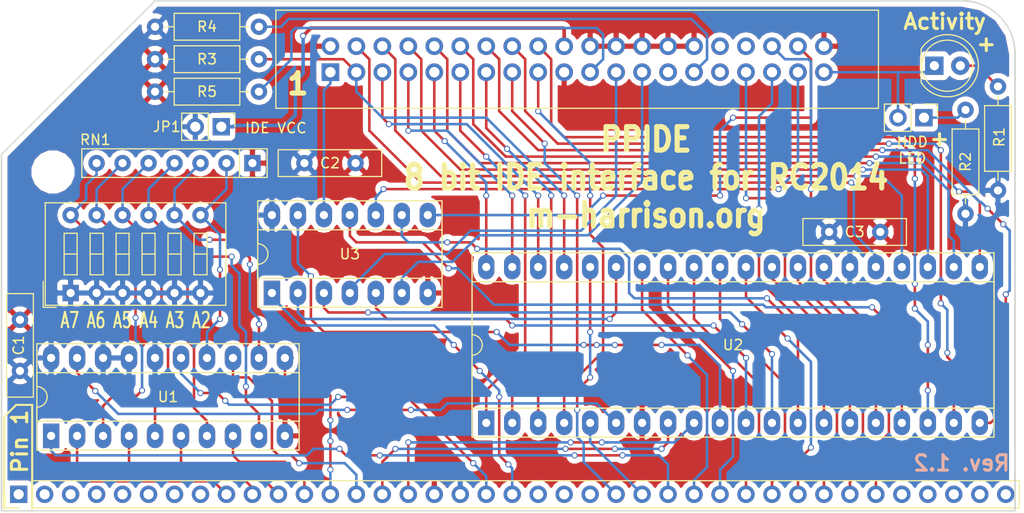
<source format=kicad_pcb>
(kicad_pcb (version 4) (host pcbnew 4.0.5)
  (layers (0 F.Cu signal) (31 B.Cu signal) (34 B.Paste user) (35 F.Paste user) (36 B.SilkS user) (37 F.SilkS user) (38 B.Mask user) (39 F.Mask user) (44 Edge.Cuts user))
  (net 0 "")
  (net 1 GND)
  (net 2 VCC)
  (net 3 M1)
  (net 4 WR)
  (net 5 RD)
  (net 6 /ACTIVE)
  (net 7 "Net-(D1-Pad2)")
  (net 8 "Net-(P1-Pad1)")
  (net 9 "Net-(P1-Pad2)")
  (net 10 "Net-(P1-Pad3)")
  (net 11 "Net-(P1-Pad4)")
  (net 12 "Net-(P1-Pad5)")
  (net 13 "Net-(P1-Pad6)")
  (net 14 "Net-(P1-Pad7)")
  (net 15 "Net-(P1-Pad8)")
  (net 16 A7)
  (net 17 A6)
  (net 18 A5)
  (net 19 A4)
  (net 20 A3)
  (net 21 A2)
  (net 22 A1)
  (net 23 A0)
  (net 24 RST)
  (net 25 "Net-(P1-Pad21)")
  (net 26 "Net-(P1-Pad22)")
  (net 27 "Net-(P1-Pad23)")
  (net 28 IORQ)
  (net 29 D0)
  (net 30 D1)
  (net 31 D2)
  (net 32 D3)
  (net 33 D4)
  (net 34 D5)
  (net 35 D6)
  (net 36 D7)
  (net 37 "Net-(P1-Pad35)")
  (net 38 "Net-(P1-Pad36)")
  (net 39 "Net-(P1-Pad37)")
  (net 40 "Net-(P1-Pad38)")
  (net 41 "Net-(P1-Pad39)")
  (net 42 DRST)
  (net 43 PA7)
  (net 44 PB7)
  (net 45 PA6)
  (net 46 PB6)
  (net 47 PA5)
  (net 48 PB5)
  (net 49 PA4)
  (net 50 PB4)
  (net 51 PA3)
  (net 52 PB3)
  (net 53 PA2)
  (net 54 PB2)
  (net 55 PA1)
  (net 56 PB1)
  (net 57 PA0)
  (net 58 PB0)
  (net 59 IDEVCC)
  (net 60 DMARQ)
  (net 61 DIOWR)
  (net 62 DIORD)
  (net 63 "Net-(P2-Pad27)")
  (net 64 DMACK)
  (net 65 "Net-(P2-Pad31)")
  (net 66 "Net-(P2-Pad32)")
  (net 67 DA1)
  (net 68 "Net-(P2-Pad34)")
  (net 69 DA0)
  (net 70 DA2)
  (net 71 CS0)
  (net 72 CS1)
  (net 73 "Net-(RN1-Pad2)")
  (net 74 "Net-(RN1-Pad3)")
  (net 75 "Net-(RN1-Pad4)")
  (net 76 "Net-(RN1-Pad5)")
  (net 77 "Net-(RN1-Pad6)")
  (net 78 "Net-(RN1-Pad7)")
  (net 79 PPIDE_CS)
  (net 80 "Net-(U2-Pad10)")
  (net 81 "Net-(U2-Pad11)")
  (net 82 "Net-(U2-Pad12)")
  (net 83 "Net-(U2-Pad13)")
  (net 84 "Net-(U2-Pad35)")
  (net 85 "Net-(U2-Pad17)")
  (net 86 "Net-(P3-Pad1)")
  (module Housings_DIP:DIP-40_W15.24mm_Socket_LongPads (layer F.Cu) (at 201.295 144.78 90)
    (fp_text reference U2 (at 7.62 24.13 180) (layer F.SilkS))
    (fp_text value 82C55A)
    (pad 1 thru_hole rect (at 0 0 90) (size 2.4 1.6) (drill 0.8) (layers *.Cu *.Mask) (net 51 PA3))
    (pad 21 thru_hole oval (at 15.24 48.26 90) (size 2.4 1.6) (drill 0.8) (layers *.Cu *.Mask) (net 52 PB3))
    (pad 2 thru_hole oval (at 0 2.54 90) (size 2.4 1.6) (drill 0.8) (layers *.Cu *.Mask) (net 53 PA2))
    (pad 22 thru_hole oval (at 15.24 45.72 90) (size 2.4 1.6) (drill 0.8) (layers *.Cu *.Mask) (net 50 PB4))
    (pad 3 thru_hole oval (at 0 5.08 90) (size 2.4 1.6) (drill 0.8) (layers *.Cu *.Mask) (net 55 PA1))
    (pad 23 thru_hole oval (at 15.24 43.18 90) (size 2.4 1.6) (drill 0.8) (layers *.Cu *.Mask) (net 48 PB5))
    (pad 4 thru_hole oval (at 0 7.62 90) (size 2.4 1.6) (drill 0.8) (layers *.Cu *.Mask) (net 57 PA0))
    (pad 24 thru_hole oval (at 15.24 40.64 90) (size 2.4 1.6) (drill 0.8) (layers *.Cu *.Mask) (net 46 PB6))
    (pad 5 thru_hole oval (at 0 10.16 90) (size 2.4 1.6) (drill 0.8) (layers *.Cu *.Mask) (net 5 RD))
    (pad 25 thru_hole oval (at 15.24 38.1 90) (size 2.4 1.6) (drill 0.8) (layers *.Cu *.Mask) (net 44 PB7))
    (pad 6 thru_hole oval (at 0 12.7 90) (size 2.4 1.6) (drill 0.8) (layers *.Cu *.Mask) (net 79 PPIDE_CS))
    (pad 26 thru_hole oval (at 15.24 35.56 90) (size 2.4 1.6) (drill 0.8) (layers *.Cu *.Mask) (net 2 VCC))
    (pad 7 thru_hole oval (at 0 15.24 90) (size 2.4 1.6) (drill 0.8) (layers *.Cu *.Mask) (net 1 GND))
    (pad 27 thru_hole oval (at 15.24 33.02 90) (size 2.4 1.6) (drill 0.8) (layers *.Cu *.Mask) (net 36 D7))
    (pad 8 thru_hole oval (at 0 17.78 90) (size 2.4 1.6) (drill 0.8) (layers *.Cu *.Mask) (net 22 A1))
    (pad 28 thru_hole oval (at 15.24 30.48 90) (size 2.4 1.6) (drill 0.8) (layers *.Cu *.Mask) (net 35 D6))
    (pad 9 thru_hole oval (at 0 20.32 90) (size 2.4 1.6) (drill 0.8) (layers *.Cu *.Mask) (net 23 A0))
    (pad 29 thru_hole oval (at 15.24 27.94 90) (size 2.4 1.6) (drill 0.8) (layers *.Cu *.Mask) (net 34 D5))
    (pad 10 thru_hole oval (at 0 22.86 90) (size 2.4 1.6) (drill 0.8) (layers *.Cu *.Mask) (net 80 "Net-(U2-Pad10)"))
    (pad 30 thru_hole oval (at 15.24 25.4 90) (size 2.4 1.6) (drill 0.8) (layers *.Cu *.Mask) (net 33 D4))
    (pad 11 thru_hole oval (at 0 25.4 90) (size 2.4 1.6) (drill 0.8) (layers *.Cu *.Mask) (net 81 "Net-(U2-Pad11)"))
    (pad 31 thru_hole oval (at 15.24 22.86 90) (size 2.4 1.6) (drill 0.8) (layers *.Cu *.Mask) (net 32 D3))
    (pad 12 thru_hole oval (at 0 27.94 90) (size 2.4 1.6) (drill 0.8) (layers *.Cu *.Mask) (net 82 "Net-(U2-Pad12)"))
    (pad 32 thru_hole oval (at 15.24 20.32 90) (size 2.4 1.6) (drill 0.8) (layers *.Cu *.Mask) (net 31 D2))
    (pad 13 thru_hole oval (at 0 30.48 90) (size 2.4 1.6) (drill 0.8) (layers *.Cu *.Mask) (net 83 "Net-(U2-Pad13)"))
    (pad 33 thru_hole oval (at 15.24 17.78 90) (size 2.4 1.6) (drill 0.8) (layers *.Cu *.Mask) (net 30 D1))
    (pad 14 thru_hole oval (at 0 33.02 90) (size 2.4 1.6) (drill 0.8) (layers *.Cu *.Mask) (net 69 DA0))
    (pad 34 thru_hole oval (at 15.24 15.24 90) (size 2.4 1.6) (drill 0.8) (layers *.Cu *.Mask) (net 29 D0))
    (pad 15 thru_hole oval (at 0 35.56 90) (size 2.4 1.6) (drill 0.8) (layers *.Cu *.Mask) (net 67 DA1))
    (pad 35 thru_hole oval (at 15.24 12.7 90) (size 2.4 1.6) (drill 0.8) (layers *.Cu *.Mask) (net 84 "Net-(U2-Pad35)"))
    (pad 16 thru_hole oval (at 0 38.1 90) (size 2.4 1.6) (drill 0.8) (layers *.Cu *.Mask) (net 70 DA2))
    (pad 36 thru_hole oval (at 15.24 10.16 90) (size 2.4 1.6) (drill 0.8) (layers *.Cu *.Mask) (net 4 WR))
    (pad 17 thru_hole oval (at 0 40.64 90) (size 2.4 1.6) (drill 0.8) (layers *.Cu *.Mask) (net 85 "Net-(U2-Pad17)"))
    (pad 37 thru_hole oval (at 15.24 7.62 90) (size 2.4 1.6) (drill 0.8) (layers *.Cu *.Mask) (net 43 PA7))
    (pad 18 thru_hole oval (at 0 43.18 90) (size 2.4 1.6) (drill 0.8) (layers *.Cu *.Mask) (net 58 PB0))
    (pad 38 thru_hole oval (at 15.24 5.08 90) (size 2.4 1.6) (drill 0.8) (layers *.Cu *.Mask) (net 45 PA6))
    (pad 19 thru_hole oval (at 0 45.72 90) (size 2.4 1.6) (drill 0.8) (layers *.Cu *.Mask) (net 56 PB1))
    (pad 39 thru_hole oval (at 15.24 2.54 90) (size 2.4 1.6) (drill 0.8) (layers *.Cu *.Mask) (net 47 PA5))
    (pad 20 thru_hole oval (at 0 48.26 90) (size 2.4 1.6) (drill 0.8) (layers *.Cu *.Mask) (net 54 PB2))
    (pad 40 thru_hole oval (at 15.24 0 90) (size 2.4 1.6) (drill 0.8) (layers *.Cu *.Mask) (net 49 PA4))
  )
  (module Buttons_Switches_THT:SW_DIP_x6_W7.62mm_Slide (layer F.Cu) (at 160.655 132.08 90)
    (fp_text reference SW1 hide)
    (fp_text value SW_DIP_x06 hide)
    (pad 1 thru_hole rect (at 0 0 90) (size 1.6 1.6) (drill 0.8) (layers *.Cu *.Mask) (net 2 VCC))
    (pad 7 thru_hole oval (at 7.62 12.7 90) (size 1.6 1.6) (drill 0.8) (layers *.Cu *.Mask) (net 73 "Net-(RN1-Pad2)"))
    (pad 2 thru_hole oval (at 0 2.54 90) (size 1.6 1.6) (drill 0.8) (layers *.Cu *.Mask) (net 2 VCC))
    (pad 8 thru_hole oval (at 7.62 10.16 90) (size 1.6 1.6) (drill 0.8) (layers *.Cu *.Mask) (net 74 "Net-(RN1-Pad3)"))
    (pad 3 thru_hole oval (at 0 5.08 90) (size 1.6 1.6) (drill 0.8) (layers *.Cu *.Mask) (net 2 VCC))
    (pad 9 thru_hole oval (at 7.62 7.62 90) (size 1.6 1.6) (drill 0.8) (layers *.Cu *.Mask) (net 75 "Net-(RN1-Pad4)"))
    (pad 4 thru_hole oval (at 0 7.62 90) (size 1.6 1.6) (drill 0.8) (layers *.Cu *.Mask) (net 2 VCC))
    (pad 10 thru_hole oval (at 7.62 5.08 90) (size 1.6 1.6) (drill 0.8) (layers *.Cu *.Mask) (net 76 "Net-(RN1-Pad5)"))
    (pad 5 thru_hole oval (at 0 10.16 90) (size 1.6 1.6) (drill 0.8) (layers *.Cu *.Mask) (net 2 VCC))
    (pad 11 thru_hole oval (at 7.62 2.54 90) (size 1.6 1.6) (drill 0.8) (layers *.Cu *.Mask) (net 77 "Net-(RN1-Pad6)"))
    (pad 6 thru_hole oval (at 0 12.7 90) (size 1.6 1.6) (drill 0.8) (layers *.Cu *.Mask) (net 2 VCC))
    (pad 12 thru_hole oval (at 7.62 0 90) (size 1.6 1.6) (drill 0.8) (layers *.Cu *.Mask) (net 78 "Net-(RN1-Pad7)"))
  )
  (module Mounting_Holes:MountingHole_3.2mm_M3 (layer F.Cu) (at 158.9278 120.2436)
    (fp_text reference "" hide)
    (fp_text value "" hide)
    (pad "" np_thru_hole circle (at 0 0) (size 3.2 3.2) (drill 3.2) (layers *.Cu *.Mask F.SilkS))
  )
  (module Capacitors_THT:C_Disc_D10.0mm_W2.5mm_P5.00mm (layer F.Cu) (at 155.702 139.7 90)
    (fp_text reference C1 (at 2.5 -0.127 90) (layer F.SilkS))
    (fp_text value 100n)
    (pad 1 thru_hole circle (at 0 0 90) (size 1.6 1.6) (drill 0.8) (layers *.Cu *.Mask) (net 2 VCC))
    (pad 2 thru_hole circle (at 5 0 90) (size 1.6 1.6) (drill 0.8) (layers *.Cu *.Mask) (net 1 GND))
  )
  (module Capacitors_THT:C_Disc_D10.0mm_W2.5mm_P5.00mm (layer F.Cu) (at 183.515 119.38)
    (fp_text reference C2 (at 2.5 0) (layer F.SilkS))
    (fp_text value 100n)
    (pad 1 thru_hole circle (at 0 0) (size 1.6 1.6) (drill 0.8) (layers *.Cu *.Mask) (net 2 VCC))
    (pad 2 thru_hole circle (at 5 0) (size 1.6 1.6) (drill 0.8) (layers *.Cu *.Mask) (net 1 GND))
  )
  (module Capacitors_THT:C_Disc_D10.0mm_W2.5mm_P5.00mm (layer F.Cu) (at 234.823 126.111)
    (fp_text reference C3 (at 2.5 0) (layer F.SilkS))
    (fp_text value 100n)
    (pad 1 thru_hole circle (at 0 0) (size 1.6 1.6) (drill 0.8) (layers *.Cu *.Mask) (net 2 VCC))
    (pad 2 thru_hole circle (at 5 0) (size 1.6 1.6) (drill 0.8) (layers *.Cu *.Mask) (net 1 GND))
  )
  (module LEDs:LED_D5.0mm_FlatTop (layer F.Cu) (at 245.11 109.855)
    (fp_text reference D1 hide)
    (fp_text value LED)
    (pad 1 thru_hole rect (at 0 0) (size 1.8 1.8) (drill 0.9) (layers *.Cu *.Mask) (net 6 /ACTIVE))
    (pad 2 thru_hole circle (at 2.54 0) (size 1.8 1.8) (drill 0.9) (layers *.Cu *.Mask) (net 7 "Net-(D1-Pad2)"))
  )
  (module Pin_Headers:Pin_Header_Straight_1x39_Pitch2.54mm (layer F.Cu) (at 155.575 151.765 90)
    (fp_text reference P1 hide)
    (fp_text value BP1)
    (pad 1 thru_hole rect (at 0 0 90) (size 1.7 1.7) (drill 1) (layers *.Cu *.Mask) (net 8 "Net-(P1-Pad1)"))
    (pad 2 thru_hole oval (at 0 2.54 90) (size 1.7 1.7) (drill 1) (layers *.Cu *.Mask) (net 9 "Net-(P1-Pad2)"))
    (pad 3 thru_hole oval (at 0 5.08 90) (size 1.7 1.7) (drill 1) (layers *.Cu *.Mask) (net 10 "Net-(P1-Pad3)"))
    (pad 4 thru_hole oval (at 0 7.62 90) (size 1.7 1.7) (drill 1) (layers *.Cu *.Mask) (net 11 "Net-(P1-Pad4)"))
    (pad 5 thru_hole oval (at 0 10.16 90) (size 1.7 1.7) (drill 1) (layers *.Cu *.Mask) (net 12 "Net-(P1-Pad5)"))
    (pad 6 thru_hole oval (at 0 12.7 90) (size 1.7 1.7) (drill 1) (layers *.Cu *.Mask) (net 13 "Net-(P1-Pad6)"))
    (pad 7 thru_hole oval (at 0 15.24 90) (size 1.7 1.7) (drill 1) (layers *.Cu *.Mask) (net 14 "Net-(P1-Pad7)"))
    (pad 8 thru_hole oval (at 0 17.78 90) (size 1.7 1.7) (drill 1) (layers *.Cu *.Mask) (net 15 "Net-(P1-Pad8)"))
    (pad 9 thru_hole oval (at 0 20.32 90) (size 1.7 1.7) (drill 1) (layers *.Cu *.Mask) (net 16 A7))
    (pad 10 thru_hole oval (at 0 22.86 90) (size 1.7 1.7) (drill 1) (layers *.Cu *.Mask) (net 17 A6))
    (pad 11 thru_hole oval (at 0 25.4 90) (size 1.7 1.7) (drill 1) (layers *.Cu *.Mask) (net 18 A5))
    (pad 12 thru_hole oval (at 0 27.94 90) (size 1.7 1.7) (drill 1) (layers *.Cu *.Mask) (net 19 A4))
    (pad 13 thru_hole oval (at 0 30.48 90) (size 1.7 1.7) (drill 1) (layers *.Cu *.Mask) (net 20 A3))
    (pad 14 thru_hole oval (at 0 33.02 90) (size 1.7 1.7) (drill 1) (layers *.Cu *.Mask) (net 21 A2))
    (pad 15 thru_hole oval (at 0 35.56 90) (size 1.7 1.7) (drill 1) (layers *.Cu *.Mask) (net 22 A1))
    (pad 16 thru_hole oval (at 0 38.1 90) (size 1.7 1.7) (drill 1) (layers *.Cu *.Mask) (net 23 A0))
    (pad 17 thru_hole oval (at 0 40.64 90) (size 1.7 1.7) (drill 1) (layers *.Cu *.Mask) (net 1 GND))
    (pad 18 thru_hole oval (at 0 43.18 90) (size 1.7 1.7) (drill 1) (layers *.Cu *.Mask) (net 2 VCC))
    (pad 19 thru_hole oval (at 0 45.72 90) (size 1.7 1.7) (drill 1) (layers *.Cu *.Mask) (net 3 M1))
    (pad 20 thru_hole oval (at 0 48.26 90) (size 1.7 1.7) (drill 1) (layers *.Cu *.Mask) (net 24 RST))
    (pad 21 thru_hole oval (at 0 50.8 90) (size 1.7 1.7) (drill 1) (layers *.Cu *.Mask) (net 25 "Net-(P1-Pad21)"))
    (pad 22 thru_hole oval (at 0 53.34 90) (size 1.7 1.7) (drill 1) (layers *.Cu *.Mask) (net 26 "Net-(P1-Pad22)"))
    (pad 23 thru_hole oval (at 0 55.88 90) (size 1.7 1.7) (drill 1) (layers *.Cu *.Mask) (net 27 "Net-(P1-Pad23)"))
    (pad 24 thru_hole oval (at 0 58.42 90) (size 1.7 1.7) (drill 1) (layers *.Cu *.Mask) (net 4 WR))
    (pad 25 thru_hole oval (at 0 60.96 90) (size 1.7 1.7) (drill 1) (layers *.Cu *.Mask) (net 5 RD))
    (pad 26 thru_hole oval (at 0 63.5 90) (size 1.7 1.7) (drill 1) (layers *.Cu *.Mask) (net 28 IORQ))
    (pad 27 thru_hole oval (at 0 66.04 90) (size 1.7 1.7) (drill 1) (layers *.Cu *.Mask) (net 29 D0))
    (pad 28 thru_hole oval (at 0 68.58 90) (size 1.7 1.7) (drill 1) (layers *.Cu *.Mask) (net 30 D1))
    (pad 29 thru_hole oval (at 0 71.12 90) (size 1.7 1.7) (drill 1) (layers *.Cu *.Mask) (net 31 D2))
    (pad 30 thru_hole oval (at 0 73.66 90) (size 1.7 1.7) (drill 1) (layers *.Cu *.Mask) (net 32 D3))
    (pad 31 thru_hole oval (at 0 76.2 90) (size 1.7 1.7) (drill 1) (layers *.Cu *.Mask) (net 33 D4))
    (pad 32 thru_hole oval (at 0 78.74 90) (size 1.7 1.7) (drill 1) (layers *.Cu *.Mask) (net 34 D5))
    (pad 33 thru_hole oval (at 0 81.28 90) (size 1.7 1.7) (drill 1) (layers *.Cu *.Mask) (net 35 D6))
    (pad 34 thru_hole oval (at 0 83.82 90) (size 1.7 1.7) (drill 1) (layers *.Cu *.Mask) (net 36 D7))
    (pad 35 thru_hole oval (at 0 86.36 90) (size 1.7 1.7) (drill 1) (layers *.Cu *.Mask) (net 37 "Net-(P1-Pad35)"))
    (pad 36 thru_hole oval (at 0 88.9 90) (size 1.7 1.7) (drill 1) (layers *.Cu *.Mask) (net 38 "Net-(P1-Pad36)"))
    (pad 37 thru_hole oval (at 0 91.44 90) (size 1.7 1.7) (drill 1) (layers *.Cu *.Mask) (net 39 "Net-(P1-Pad37)"))
    (pad 38 thru_hole oval (at 0 93.98 90) (size 1.7 1.7) (drill 1) (layers *.Cu *.Mask) (net 40 "Net-(P1-Pad38)"))
    (pad 39 thru_hole oval (at 0 96.52 90) (size 1.7 1.7) (drill 1) (layers *.Cu *.Mask) (net 41 "Net-(P1-Pad39)"))
  )
  (module Connectors:IDC_Header_Straight_40pins (layer F.Cu) (at 186.055 110.49)
    (fp_text reference P2 hide)
    (fp_text value CONN_02X20 hide)
    (fp_text user 1 (at -3.175 1.143) (layer F.SilkS) (effects (font (size 2 2) (thickness 0.5))))
    (pad 1 thru_hole rect (at 0 0) (size 1.7272 1.7272) (drill 1.016) (layers *.Cu *.Mask) (net 42 DRST))
    (pad 2 thru_hole oval (at 0 -2.54) (size 1.7272 1.7272) (drill 1.016) (layers *.Cu *.Mask) (net 1 GND))
    (pad 3 thru_hole oval (at 2.54 0) (size 1.7272 1.7272) (drill 1.016) (layers *.Cu *.Mask) (net 43 PA7))
    (pad 4 thru_hole oval (at 2.54 -2.54) (size 1.7272 1.7272) (drill 1.016) (layers *.Cu *.Mask) (net 44 PB7))
    (pad 5 thru_hole oval (at 5.08 0) (size 1.7272 1.7272) (drill 1.016) (layers *.Cu *.Mask) (net 45 PA6))
    (pad 6 thru_hole oval (at 5.08 -2.54) (size 1.7272 1.7272) (drill 1.016) (layers *.Cu *.Mask) (net 46 PB6))
    (pad 7 thru_hole oval (at 7.62 0) (size 1.7272 1.7272) (drill 1.016) (layers *.Cu *.Mask) (net 47 PA5))
    (pad 8 thru_hole oval (at 7.62 -2.54) (size 1.7272 1.7272) (drill 1.016) (layers *.Cu *.Mask) (net 48 PB5))
    (pad 9 thru_hole oval (at 10.16 0) (size 1.7272 1.7272) (drill 1.016) (layers *.Cu *.Mask) (net 49 PA4))
    (pad 10 thru_hole oval (at 10.16 -2.54) (size 1.7272 1.7272) (drill 1.016) (layers *.Cu *.Mask) (net 50 PB4))
    (pad 11 thru_hole oval (at 12.7 0) (size 1.7272 1.7272) (drill 1.016) (layers *.Cu *.Mask) (net 51 PA3))
    (pad 12 thru_hole oval (at 12.7 -2.54) (size 1.7272 1.7272) (drill 1.016) (layers *.Cu *.Mask) (net 52 PB3))
    (pad 13 thru_hole oval (at 15.24 0) (size 1.7272 1.7272) (drill 1.016) (layers *.Cu *.Mask) (net 53 PA2))
    (pad 14 thru_hole oval (at 15.24 -2.54) (size 1.7272 1.7272) (drill 1.016) (layers *.Cu *.Mask) (net 54 PB2))
    (pad 15 thru_hole oval (at 17.78 0) (size 1.7272 1.7272) (drill 1.016) (layers *.Cu *.Mask) (net 55 PA1))
    (pad 16 thru_hole oval (at 17.78 -2.54) (size 1.7272 1.7272) (drill 1.016) (layers *.Cu *.Mask) (net 56 PB1))
    (pad 17 thru_hole oval (at 20.32 0) (size 1.7272 1.7272) (drill 1.016) (layers *.Cu *.Mask) (net 57 PA0))
    (pad 18 thru_hole oval (at 20.32 -2.54) (size 1.7272 1.7272) (drill 1.016) (layers *.Cu *.Mask) (net 58 PB0))
    (pad 19 thru_hole oval (at 22.86 0) (size 1.7272 1.7272) (drill 1.016) (layers *.Cu *.Mask) (net 1 GND))
    (pad 20 thru_hole oval (at 22.86 -2.54) (size 1.7272 1.7272) (drill 1.016) (layers *.Cu *.Mask) (net 59 IDEVCC))
    (pad 21 thru_hole oval (at 25.4 0) (size 1.7272 1.7272) (drill 1.016) (layers *.Cu *.Mask) (net 60 DMARQ))
    (pad 22 thru_hole oval (at 25.4 -2.54) (size 1.7272 1.7272) (drill 1.016) (layers *.Cu *.Mask) (net 1 GND))
    (pad 23 thru_hole oval (at 27.94 0) (size 1.7272 1.7272) (drill 1.016) (layers *.Cu *.Mask) (net 61 DIOWR))
    (pad 24 thru_hole oval (at 27.94 -2.54) (size 1.7272 1.7272) (drill 1.016) (layers *.Cu *.Mask) (net 1 GND))
    (pad 25 thru_hole oval (at 30.48 0) (size 1.7272 1.7272) (drill 1.016) (layers *.Cu *.Mask) (net 62 DIORD))
    (pad 26 thru_hole oval (at 30.48 -2.54) (size 1.7272 1.7272) (drill 1.016) (layers *.Cu *.Mask) (net 1 GND))
    (pad 27 thru_hole oval (at 33.02 0) (size 1.7272 1.7272) (drill 1.016) (layers *.Cu *.Mask) (net 63 "Net-(P2-Pad27)"))
    (pad 28 thru_hole oval (at 33.02 -2.54) (size 1.7272 1.7272) (drill 1.016) (layers *.Cu *.Mask) (net 1 GND))
    (pad 29 thru_hole oval (at 35.56 0) (size 1.7272 1.7272) (drill 1.016) (layers *.Cu *.Mask) (net 64 DMACK))
    (pad 30 thru_hole oval (at 35.56 -2.54) (size 1.7272 1.7272) (drill 1.016) (layers *.Cu *.Mask) (net 1 GND))
    (pad 31 thru_hole oval (at 38.1 0) (size 1.7272 1.7272) (drill 1.016) (layers *.Cu *.Mask) (net 65 "Net-(P2-Pad31)"))
    (pad 32 thru_hole oval (at 38.1 -2.54) (size 1.7272 1.7272) (drill 1.016) (layers *.Cu *.Mask) (net 66 "Net-(P2-Pad32)"))
    (pad 33 thru_hole oval (at 40.64 0) (size 1.7272 1.7272) (drill 1.016) (layers *.Cu *.Mask) (net 67 DA1))
    (pad 34 thru_hole oval (at 40.64 -2.54) (size 1.7272 1.7272) (drill 1.016) (layers *.Cu *.Mask) (net 68 "Net-(P2-Pad34)"))
    (pad 35 thru_hole oval (at 43.18 0) (size 1.7272 1.7272) (drill 1.016) (layers *.Cu *.Mask) (net 69 DA0))
    (pad 36 thru_hole oval (at 43.18 -2.54) (size 1.7272 1.7272) (drill 1.016) (layers *.Cu *.Mask) (net 70 DA2))
    (pad 37 thru_hole oval (at 45.72 0) (size 1.7272 1.7272) (drill 1.016) (layers *.Cu *.Mask) (net 71 CS0))
    (pad 38 thru_hole oval (at 45.72 -2.54) (size 1.7272 1.7272) (drill 1.016) (layers *.Cu *.Mask) (net 72 CS1))
    (pad 39 thru_hole oval (at 48.26 0) (size 1.7272 1.7272) (drill 1.016) (layers *.Cu *.Mask) (net 6 /ACTIVE))
    (pad 40 thru_hole oval (at 48.26 -2.54) (size 1.7272 1.7272) (drill 1.016) (layers *.Cu *.Mask) (net 1 GND))
  )
  (module Resistors_THT:R_Axial_DIN0207_L6.3mm_D2.5mm_P10.16mm_Horizontal (layer F.Cu) (at 251.333 111.887 270)
    (fp_text reference R1 (at 4.953 -0.127 270) (layer F.SilkS))
    (fp_text value 470)
    (pad 1 thru_hole circle (at 0 0 270) (size 1.6 1.6) (drill 0.8) (layers *.Cu *.Mask) (net 7 "Net-(D1-Pad2)"))
    (pad 2 thru_hole oval (at 10.16 0 270) (size 1.6 1.6) (drill 0.8) (layers *.Cu *.Mask) (net 2 VCC))
  )
  (module Resistors_THT:R_Axial_DIN0207_L6.3mm_D2.5mm_P10.16mm_Horizontal (layer F.Cu) (at 248.158 114.173 270)
    (fp_text reference R2 (at 5.08 0 270) (layer F.SilkS))
    (fp_text value 470)
    (pad 1 thru_hole circle (at 0 0 270) (size 1.6 1.6) (drill 0.8) (layers *.Cu *.Mask) (net 86 "Net-(P3-Pad1)"))
    (pad 2 thru_hole oval (at 10.16 0 270) (size 1.6 1.6) (drill 0.8) (layers *.Cu *.Mask) (net 2 VCC))
  )
  (module Resistors_THT:R_Axial_DIN0207_L6.3mm_D2.5mm_P10.16mm_Horizontal (layer F.Cu) (at 168.91 109.22)
    (fp_text reference R3 (at 5.08 0) (layer F.SilkS))
    (fp_text value 10k)
    (pad 1 thru_hole circle (at 0 0) (size 1.6 1.6) (drill 0.8) (layers *.Cu *.Mask) (net 1 GND))
    (pad 2 thru_hole oval (at 10.16 0) (size 1.6 1.6) (drill 0.8) (layers *.Cu *.Mask) (net 43 PA7))
  )
  (module Resistors_THT:R_Axial_DIN0207_L6.3mm_D2.5mm_P10.16mm_Horizontal (layer F.Cu) (at 168.91 106.045)
    (fp_text reference R4 (at 5.08 0) (layer F.SilkS))
    (fp_text value 10k)
    (pad 1 thru_hole circle (at 0 0) (size 1.6 1.6) (drill 0.8) (layers *.Cu *.Mask) (net 2 VCC))
    (pad 2 thru_hole oval (at 10.16 0) (size 1.6 1.6) (drill 0.8) (layers *.Cu *.Mask) (net 64 DMACK))
  )
  (module Resistors_THT:R_Array_SIP7 (layer F.Cu) (at 178.435 119.38 180)
    (fp_text reference RN1 (at 15.367 2.286 180) (layer F.SilkS))
    (fp_text value R_Network06)
    (pad 1 thru_hole rect (at 0 0 180) (size 1.6 1.6) (drill 0.8) (layers *.Cu *.Mask) (net 1 GND))
    (pad 2 thru_hole oval (at 2.54 0 180) (size 1.6 1.6) (drill 0.8) (layers *.Cu *.Mask) (net 73 "Net-(RN1-Pad2)"))
    (pad 3 thru_hole oval (at 5.08 0 180) (size 1.6 1.6) (drill 0.8) (layers *.Cu *.Mask) (net 74 "Net-(RN1-Pad3)"))
    (pad 4 thru_hole oval (at 7.62 0 180) (size 1.6 1.6) (drill 0.8) (layers *.Cu *.Mask) (net 75 "Net-(RN1-Pad4)"))
    (pad 5 thru_hole oval (at 10.16 0 180) (size 1.6 1.6) (drill 0.8) (layers *.Cu *.Mask) (net 76 "Net-(RN1-Pad5)"))
    (pad 6 thru_hole oval (at 12.7 0 180) (size 1.6 1.6) (drill 0.8) (layers *.Cu *.Mask) (net 77 "Net-(RN1-Pad6)"))
    (pad 7 thru_hole oval (at 15.24 0 180) (size 1.6 1.6) (drill 0.8) (layers *.Cu *.Mask) (net 78 "Net-(RN1-Pad7)"))
  )
  (module Housings_DIP:DIP-20_W7.62mm_Socket_LongPads (layer F.Cu) (at 158.75 146.05 90)
    (fp_text reference U1 (at 3.81 11.43 180) (layer F.SilkS))
    (fp_text value 74LS688)
    (pad 1 thru_hole rect (at 0 0 90) (size 2.4 1.6) (drill 0.8) (layers *.Cu *.Mask) (net 28 IORQ))
    (pad 11 thru_hole oval (at 7.62 22.86 90) (size 2.4 1.6) (drill 0.8) (layers *.Cu *.Mask) (net 20 A3))
    (pad 2 thru_hole oval (at 0 2.54 90) (size 2.4 1.6) (drill 0.8) (layers *.Cu *.Mask) (net 16 A7))
    (pad 12 thru_hole oval (at 7.62 20.32 90) (size 2.4 1.6) (drill 0.8) (layers *.Cu *.Mask) (net 74 "Net-(RN1-Pad3)"))
    (pad 3 thru_hole oval (at 0 5.08 90) (size 2.4 1.6) (drill 0.8) (layers *.Cu *.Mask) (net 78 "Net-(RN1-Pad7)"))
    (pad 13 thru_hole oval (at 7.62 17.78 90) (size 2.4 1.6) (drill 0.8) (layers *.Cu *.Mask) (net 21 A2))
    (pad 4 thru_hole oval (at 0 7.62 90) (size 2.4 1.6) (drill 0.8) (layers *.Cu *.Mask) (net 17 A6))
    (pad 14 thru_hole oval (at 7.62 15.24 90) (size 2.4 1.6) (drill 0.8) (layers *.Cu *.Mask) (net 73 "Net-(RN1-Pad2)"))
    (pad 5 thru_hole oval (at 0 10.16 90) (size 2.4 1.6) (drill 0.8) (layers *.Cu *.Mask) (net 77 "Net-(RN1-Pad6)"))
    (pad 15 thru_hole oval (at 7.62 12.7 90) (size 2.4 1.6) (drill 0.8) (layers *.Cu *.Mask) (net 3 M1))
    (pad 6 thru_hole oval (at 0 12.7 90) (size 2.4 1.6) (drill 0.8) (layers *.Cu *.Mask) (net 18 A5))
    (pad 16 thru_hole oval (at 7.62 10.16 90) (size 2.4 1.6) (drill 0.8) (layers *.Cu *.Mask) (net 2 VCC))
    (pad 7 thru_hole oval (at 0 15.24 90) (size 2.4 1.6) (drill 0.8) (layers *.Cu *.Mask) (net 76 "Net-(RN1-Pad5)"))
    (pad 17 thru_hole oval (at 7.62 7.62 90) (size 2.4 1.6) (drill 0.8) (layers *.Cu *.Mask) (net 2 VCC))
    (pad 8 thru_hole oval (at 0 17.78 90) (size 2.4 1.6) (drill 0.8) (layers *.Cu *.Mask) (net 19 A4))
    (pad 18 thru_hole oval (at 7.62 5.08 90) (size 2.4 1.6) (drill 0.8) (layers *.Cu *.Mask) (net 2 VCC))
    (pad 9 thru_hole oval (at 0 20.32 90) (size 2.4 1.6) (drill 0.8) (layers *.Cu *.Mask) (net 75 "Net-(RN1-Pad4)"))
    (pad 19 thru_hole oval (at 7.62 2.54 90) (size 2.4 1.6) (drill 0.8) (layers *.Cu *.Mask) (net 79 PPIDE_CS))
    (pad 10 thru_hole oval (at 0 22.86 90) (size 2.4 1.6) (drill 0.8) (layers *.Cu *.Mask) (net 1 GND))
    (pad 20 thru_hole oval (at 7.62 0 90) (size 2.4 1.6) (drill 0.8) (layers *.Cu *.Mask) (net 2 VCC))
  )
  (module Housings_DIP:DIP-14_W7.62mm_Socket_LongPads (layer F.Cu) (at 180.34 132.08 90)
    (fp_text reference U3 (at 3.81 7.62 180) (layer F.SilkS))
    (fp_text value 74HC14)
    (pad 1 thru_hole rect (at 0 0 90) (size 2.4 1.6) (drill 0.8) (layers *.Cu *.Mask) (net 24 RST))
    (pad 8 thru_hole oval (at 7.62 15.24 90) (size 2.4 1.6) (drill 0.8) (layers *.Cu *.Mask) (net 72 CS1))
    (pad 2 thru_hole oval (at 0 2.54 90) (size 2.4 1.6) (drill 0.8) (layers *.Cu *.Mask) (net 84 "Net-(U2-Pad35)"))
    (pad 9 thru_hole oval (at 7.62 12.7 90) (size 2.4 1.6) (drill 0.8) (layers *.Cu *.Mask) (net 83 "Net-(U2-Pad13)"))
    (pad 3 thru_hole oval (at 0 5.08 90) (size 2.4 1.6) (drill 0.8) (layers *.Cu *.Mask) (net 82 "Net-(U2-Pad12)"))
    (pad 10 thru_hole oval (at 7.62 10.16 90) (size 2.4 1.6) (drill 0.8) (layers *.Cu *.Mask) (net 71 CS0))
    (pad 4 thru_hole oval (at 0 7.62 90) (size 2.4 1.6) (drill 0.8) (layers *.Cu *.Mask) (net 61 DIOWR))
    (pad 11 thru_hole oval (at 7.62 7.62 90) (size 2.4 1.6) (drill 0.8) (layers *.Cu *.Mask) (net 85 "Net-(U2-Pad17)"))
    (pad 5 thru_hole oval (at 0 10.16 90) (size 2.4 1.6) (drill 0.8) (layers *.Cu *.Mask) (net 81 "Net-(U2-Pad11)"))
    (pad 12 thru_hole oval (at 7.62 5.08 90) (size 2.4 1.6) (drill 0.8) (layers *.Cu *.Mask) (net 42 DRST))
    (pad 6 thru_hole oval (at 0 12.7 90) (size 2.4 1.6) (drill 0.8) (layers *.Cu *.Mask) (net 62 DIORD))
    (pad 13 thru_hole oval (at 7.62 2.54 90) (size 2.4 1.6) (drill 0.8) (layers *.Cu *.Mask) (net 80 "Net-(U2-Pad10)"))
    (pad 7 thru_hole oval (at 0 15.24 90) (size 2.4 1.6) (drill 0.8) (layers *.Cu *.Mask) (net 1 GND))
    (pad 14 thru_hole oval (at 7.62 0 90) (size 2.4 1.6) (drill 0.8) (layers *.Cu *.Mask) (net 2 VCC))
  )
  (module Pin_Headers:Pin_Header_Straight_1x02_Pitch2.54mm (layer F.Cu) (at 175.387 115.824 270)
    (fp_text reference JP1 (at 0 5.334 360) (layer F.SilkS))
    (fp_text value "IDE VCC" (at 0.127 -5.334 360) (layer F.SilkS))
    (pad 1 thru_hole rect (at 0 0 270) (size 1.7 1.7) (drill 1) (layers *.Cu *.Mask) (net 59 IDEVCC))
    (pad 2 thru_hole oval (at 0 2.54 270) (size 1.7 1.7) (drill 1) (layers *.Cu *.Mask) (net 2 VCC))
  )
  (module Pin_Headers:Pin_Header_Straight_1x02_Pitch2.54mm (layer F.Cu) (at 244.094 114.935 270)
    (fp_text reference P3 hide)
    (fp_text value CONN_01X02)
    (pad 1 thru_hole rect (at 0 0 270) (size 1.7 1.7) (drill 1) (layers *.Cu *.Mask) (net 86 "Net-(P3-Pad1)"))
    (pad 2 thru_hole oval (at 0 2.54 270) (size 1.7 1.7) (drill 1) (layers *.Cu *.Mask) (net 6 /ACTIVE))
  )
  (module Resistors_THT:R_Axial_DIN0207_L6.3mm_D2.5mm_P10.16mm_Horizontal (layer F.Cu) (at 168.91 112.395)
    (fp_text reference R5 (at 5.08 0) (layer F.SilkS))
    (fp_text value 10k)
    (pad 1 thru_hole circle (at 0 0) (size 1.6 1.6) (drill 0.8) (layers *.Cu *.Mask) (net 1 GND))
    (pad 2 thru_hole oval (at 10.16 0) (size 1.6 1.6) (drill 0.8) (layers *.Cu *.Mask) (net 60 DMARQ))
  )
  (gr_text + (at 245.618 116.967) (layer F.SilkS) (effects (font (size 1.5 1.5) (thickness 0.3))))
  (gr_text + (at 250.19 107.696) (layer F.SilkS) (effects (font (size 1.5 1.5) (thickness 0.3))))
  (gr_text "HDD\nLED" (at 242.951 118.11) (layer F.SilkS) (effects (font (size 1 1))))
  (gr_text "Rev. 1.2" (at 247.777 148.717) (layer B.SilkS) (effects (font (size 1.5 1.5) (thickness 0.3)) (justify mirror)))
  (gr_text "PPIDE\n8 bit IDE interface for RC2014\nm-harrison.org" (at 216.916 120.777) (layer F.SilkS) (effects (font (size 2.3 2) (thickness 0.5))))
  (gr_text "A7 A6 A5 A4 A3 A2" (at 167.005 134.747) (layer F.SilkS) (effects (font (size 1.5 1) (thickness 0.2))))
  (gr_text Activity (at 246.126 105.537) (layer F.SilkS) (effects (font (size 1.5 1.5) (thickness 0.3))))
  (gr_text "Pin 1" (at 155.68168 146.60118 90) (layer F.SilkS) (effects (font (size 1.5 1.5) (thickness 0.3))))
  (gr_line (start 156.8958 153.13152) (end 156.93136 153.13152) (angle 90) (layer F.SilkS) (width 0.2))
  (gr_line (start 156.8958 143.01978) (end 156.8958 153.13152) (angle 90) (layer F.SilkS) (width 0.2))
  (gr_line (start 155.32608 143.01978) (end 156.8958 143.01978) (angle 90) (layer F.SilkS) (width 0.2))
  (gr_line (start 154.14498 144.20088) (end 155.32608 143.01978) (angle 90) (layer F.SilkS) (width 0.2))
  (gr_line (start 154.14498 153.13152) (end 154.14498 144.20088) (angle 90) (layer F.SilkS) (width 0.2))
  (gr_line (start 253 108.685) (end 253 153.3652) (angle 90) (layer Edge.Cuts) (width 0.15))
  (gr_line (start 247.8184 103.505) (end 168.91 103.505) (angle 90) (layer Edge.Cuts) (width 0.15))
  (gr_arc (start 247.8184 108.685) (end 247.8184 103.505) (angle 90) (layer Edge.Cuts) (width 0.15))
  (gr_line (start 153.8986 118.5164) (end 153.8986 153.3652) (angle 90) (layer Edge.Cuts) (width 0.15))
  (gr_line (start 168.91 103.505) (end 153.8986 118.5164) (angle 90) (layer Edge.Cuts) (width 0.15))
  (gr_line (start 153.8986 153.3652) (end 253 153.3652) (angle 90) (layer Edge.Cuts) (width 0.15))
  (segment (start 180.34 124.46) (end 180.34 123.952) (width 0.35) (layer B.Cu) (net 2))
  (segment (start 173.355 141.859) (end 174.879 141.859) (width 0.25) (layer F.Cu) (net 3))
  (segment (start 175.768 142.621) (end 175.006 141.859) (width 0.25) (layer F.Cu) (net 3))
  (segment (start 175.006 141.859) (end 174.879 141.859) (width 0.25) (layer F.Cu) (net 3))
  (segment (start 177.165 143.002) (end 176.149 143.002) (width 0.25) (layer B.Cu) (net 3))
  (segment (start 176.149 143.002) (end 175.768 142.621) (width 0.25) (layer B.Cu) (net 3))
  (via (at 175.768 142.621) (size 0.6) (drill 0.4) (layers F.Cu B.Cu) (net 3))
  (segment (start 177.165 143.002) (end 186.055 143.002) (width 0.25) (layer B.Cu) (net 3))
  (via (at 173.355 141.859) (size 0.6) (drill 0.4) (layers F.Cu B.Cu) (net 3))
  (segment (start 171.45 139.954) (end 173.355 141.859) (width 0.25) (layer B.Cu) (net 3))
  (segment (start 171.45 138.43) (end 171.45 139.954) (width 0.25) (layer B.Cu) (net 3))
  (segment (start 186.055 143.002) (end 186.817 142.24) (width 0.25) (layer B.Cu) (net 3))
  (segment (start 200.025 148.717) (end 193.548 142.24) (width 0.25) (layer F.Cu) (net 3))
  (segment (start 193.548 142.24) (end 186.817 142.24) (width 0.25) (layer F.Cu) (net 3))
  (segment (start 201.295 151.765) (end 201.295 149.987) (width 0.25) (layer B.Cu) (net 3))
  (segment (start 201.295 149.987) (end 200.025 148.717) (width 0.25) (layer B.Cu) (net 3))
  (via (at 200.025 148.717) (size 0.6) (drill 0.4) (layers F.Cu B.Cu) (net 3))
  (via (at 186.817 142.24) (size 0.6) (drill 0.4) (layers F.Cu B.Cu) (net 3))
  (segment (start 210.185 143.51) (end 210.185 146.177) (width 0.25) (layer B.Cu) (net 4))
  (segment (start 210.185 146.177) (end 210.82 146.812) (width 0.25) (layer B.Cu) (net 4))
  (segment (start 210.82 146.812) (end 210.82 148.59) (width 0.25) (layer B.Cu) (net 4))
  (segment (start 210.82 148.59) (end 213.995 151.765) (width 0.25) (layer B.Cu) (net 4))
  (segment (start 211.455 135.89) (end 211.455 129.54) (width 0.25) (layer F.Cu) (net 4))
  (segment (start 211.455 140.335) (end 211.455 135.89) (width 0.25) (layer B.Cu) (net 4))
  (via (at 211.455 135.89) (size 0.6) (drill 0.4) (layers F.Cu B.Cu) (net 4))
  (segment (start 210.185 143.51) (end 210.185 141.605) (width 0.25) (layer F.Cu) (net 4))
  (segment (start 210.185 141.605) (end 211.455 140.335) (width 0.25) (layer F.Cu) (net 4))
  (via (at 211.455 140.335) (size 0.6) (drill 0.4) (layers F.Cu B.Cu) (net 4))
  (via (at 210.185 143.51) (size 0.6) (drill 0.4) (layers F.Cu B.Cu) (net 4))
  (segment (start 216.535 151.765) (end 211.455 146.685) (width 0.25) (layer B.Cu) (net 5))
  (segment (start 211.455 146.685) (end 211.455 144.78) (width 0.25) (layer B.Cu) (net 5))
  (segment (start 234.315 110.49) (end 241.554 110.49) (width 0.25) (layer B.Cu) (net 6))
  (segment (start 241.554 110.49) (end 244.475 110.49) (width 0.25) (layer B.Cu) (net 6))
  (segment (start 241.554 114.935) (end 241.554 110.49) (width 0.25) (layer B.Cu) (net 6))
  (segment (start 244.475 110.49) (end 245.11 109.855) (width 0.25) (layer B.Cu) (net 6))
  (segment (start 247.65 109.855) (end 249.301 109.855) (width 0.25) (layer F.Cu) (net 7))
  (segment (start 249.301 109.855) (end 251.333 111.887) (width 0.25) (layer F.Cu) (net 7))
  (segment (start 161.29 146.05) (end 161.29 149.86) (width 0.25) (layer F.Cu) (net 16))
  (segment (start 161.29 149.86) (end 161.925 150.495) (width 0.25) (layer F.Cu) (net 16))
  (segment (start 161.925 150.495) (end 174.625 150.495) (width 0.25) (layer F.Cu) (net 16))
  (segment (start 174.625 150.495) (end 175.895 151.765) (width 0.25) (layer F.Cu) (net 16))
  (segment (start 178.435 151.13) (end 178.435 151.765) (width 0.25) (layer F.Cu) (net 17))
  (segment (start 177.165 149.86) (end 178.435 151.13) (width 0.25) (layer F.Cu) (net 17))
  (segment (start 167.005 149.86) (end 177.165 149.86) (width 0.25) (layer F.Cu) (net 17))
  (segment (start 166.37 149.225) (end 167.005 149.86) (width 0.25) (layer F.Cu) (net 17))
  (segment (start 166.37 146.05) (end 166.37 149.225) (width 0.25) (layer F.Cu) (net 17))
  (segment (start 172.085 149.225) (end 178.435 149.225) (width 0.25) (layer F.Cu) (net 18))
  (segment (start 178.435 149.225) (end 180.975 151.765) (width 0.25) (layer F.Cu) (net 18))
  (segment (start 171.45 148.59) (end 172.085 149.225) (width 0.25) (layer F.Cu) (net 18))
  (segment (start 171.45 146.05) (end 171.45 148.59) (width 0.25) (layer F.Cu) (net 18))
  (segment (start 176.53 146.05) (end 176.53 147.955) (width 0.25) (layer F.Cu) (net 19))
  (segment (start 176.53 147.955) (end 177.165 148.59) (width 0.25) (layer F.Cu) (net 19))
  (segment (start 177.165 148.59) (end 181.61 148.59) (width 0.25) (layer F.Cu) (net 19))
  (segment (start 181.61 148.59) (end 183.515 150.495) (width 0.25) (layer F.Cu) (net 19))
  (segment (start 183.515 150.495) (end 183.515 151.765) (width 0.25) (layer F.Cu) (net 19))
  (segment (start 186.055 144.526) (end 186.055 142.113) (width 0.25) (layer F.Cu) (net 20))
  (segment (start 186.055 142.113) (end 185.293 141.351) (width 0.25) (layer F.Cu) (net 20))
  (segment (start 185.293 141.351) (end 181.991 141.351) (width 0.25) (layer F.Cu) (net 20))
  (segment (start 181.991 141.351) (end 181.61 140.97) (width 0.25) (layer F.Cu) (net 20))
  (segment (start 181.61 140.97) (end 181.61 138.43) (width 0.25) (layer F.Cu) (net 20))
  (segment (start 186.055 146.558) (end 186.055 149.352) (width 0.25) (layer F.Cu) (net 20))
  (segment (start 186.055 144.526) (end 186.055 146.558) (width 0.25) (layer B.Cu) (net 20))
  (via (at 186.055 146.558) (size 0.6) (drill 0.4) (layers F.Cu B.Cu) (net 20))
  (via (at 186.055 144.526) (size 0.6) (drill 0.4) (layers F.Cu B.Cu) (net 20))
  (segment (start 182.372 138.43) (end 181.61 138.43) (width 0.25) (layer B.Cu) (net 20))
  (segment (start 186.055 149.352) (end 186.055 151.765) (width 0.25) (layer B.Cu) (net 20))
  (via (at 186.055 149.352) (size 0.6) (drill 0.4) (layers F.Cu B.Cu) (net 20))
  (segment (start 186.055 149.098) (end 186.055 149.215) (width 0.25) (layer F.Cu) (net 20))
  (segment (start 181.61 138.43) (end 181.61 138.83) (width 0.25) (layer F.Cu) (net 20))
  (segment (start 178.416 140.697) (end 178.054 140.335) (width 0.25) (layer F.Cu) (net 21))
  (segment (start 178.054 140.335) (end 176.53 140.335) (width 0.25) (layer F.Cu) (net 21))
  (segment (start 178.416 140.716) (end 178.416 140.697) (width 0.25) (layer F.Cu) (net 21))
  (segment (start 183.007 148.717) (end 187.452 148.717) (width 0.25) (layer B.Cu) (net 21))
  (segment (start 187.452 148.717) (end 188.595 149.86) (width 0.25) (layer B.Cu) (net 21))
  (segment (start 188.595 149.86) (end 188.595 151.765) (width 0.25) (layer B.Cu) (net 21))
  (via (at 183.007 148.717) (size 0.6) (drill 0.4) (layers F.Cu B.Cu) (net 21))
  (segment (start 180.975 147.955) (end 182.245 147.955) (width 0.25) (layer F.Cu) (net 21))
  (segment (start 182.245 147.955) (end 183.007 148.717) (width 0.25) (layer F.Cu) (net 21))
  (segment (start 180.34 147.32) (end 180.975 147.955) (width 0.25) (layer F.Cu) (net 21))
  (segment (start 176.53 138.43) (end 176.53 140.335) (width 0.25) (layer F.Cu) (net 21))
  (segment (start 178.416 140.716) (end 180.34 142.64) (width 0.25) (layer F.Cu) (net 21))
  (segment (start 180.34 142.64) (end 180.34 147.32) (width 0.25) (layer F.Cu) (net 21))
  (segment (start 213.868 147.32) (end 209.042 147.32) (width 0.25) (layer F.Cu) (net 22))
  (segment (start 192.405 147.32) (end 206.502 147.32) (width 0.25) (layer B.Cu) (net 22))
  (segment (start 206.502 147.32) (end 209.042 147.32) (width 0.25) (layer B.Cu) (net 22))
  (via (at 209.042 147.32) (size 0.6) (drill 0.4) (layers F.Cu B.Cu) (net 22))
  (segment (start 218.44 147.32) (end 213.868 147.32) (width 0.25) (layer B.Cu) (net 22))
  (via (at 213.868 147.32) (size 0.6) (drill 0.4) (layers F.Cu B.Cu) (net 22))
  (via (at 218.44 147.32) (size 0.6) (drill 0.4) (layers F.Cu B.Cu) (net 22))
  (segment (start 191.135 148.59) (end 191.135 151.765) (width 0.25) (layer F.Cu) (net 22))
  (segment (start 192.405 147.32) (end 191.135 148.59) (width 0.25) (layer F.Cu) (net 22))
  (via (at 192.405 147.32) (size 0.6) (drill 0.4) (layers F.Cu B.Cu) (net 22))
  (segment (start 219.075 146.685) (end 218.44 147.32) (width 0.25) (layer F.Cu) (net 22))
  (segment (start 219.075 144.78) (end 219.075 146.685) (width 0.25) (layer F.Cu) (net 22))
  (segment (start 212.598 146.685) (end 209.55 146.685) (width 0.25) (layer F.Cu) (net 23))
  (segment (start 213.116 146.685) (end 212.598 146.685) (width 0.25) (layer B.Cu) (net 23))
  (via (at 212.598 146.685) (size 0.6) (drill 0.4) (layers F.Cu B.Cu) (net 23))
  (segment (start 209.56 146.695) (end 209.55 146.685) (width 0.25) (layer F.Cu) (net 23))
  (segment (start 217.805 146.685) (end 213.116 146.685) (width 0.25) (layer B.Cu) (net 23))
  (segment (start 213.116 146.685) (end 213.106 146.695) (width 0.25) (layer B.Cu) (net 23))
  (segment (start 217.805 146.685) (end 219.71 146.685) (width 0.25) (layer B.Cu) (net 23))
  (segment (start 219.71 146.685) (end 221.615 144.78) (width 0.25) (layer B.Cu) (net 23))
  (segment (start 193.675 146.685) (end 209.55 146.685) (width 0.25) (layer B.Cu) (net 23))
  (via (at 209.55 146.685) (size 0.6) (drill 0.4) (layers F.Cu B.Cu) (net 23))
  (segment (start 193.675 151.765) (end 193.675 146.685) (width 0.25) (layer F.Cu) (net 23))
  (via (at 193.675 146.685) (size 0.6) (drill 0.4) (layers F.Cu B.Cu) (net 23))
  (segment (start 198.12 137.16) (end 196.215 135.255) (width 0.25) (layer B.Cu) (net 24))
  (segment (start 196.215 135.255) (end 183.115 135.255) (width 0.25) (layer B.Cu) (net 24))
  (segment (start 183.115 135.255) (end 180.34 132.48) (width 0.25) (layer B.Cu) (net 24))
  (segment (start 180.34 132.48) (end 180.34 132.08) (width 0.25) (layer B.Cu) (net 24))
  (segment (start 200.66 139.7) (end 198.12 137.16) (width 0.25) (layer F.Cu) (net 24))
  (via (at 198.12 137.16) (size 0.6) (drill 0.4) (layers F.Cu B.Cu) (net 24))
  (segment (start 202.565 141.605) (end 200.66 139.7) (width 0.25) (layer B.Cu) (net 24))
  (via (at 200.66 139.7) (size 0.6) (drill 0.4) (layers F.Cu B.Cu) (net 24))
  (segment (start 203.454 148.844) (end 203.835 149.225) (width 0.25) (layer B.Cu) (net 24))
  (segment (start 203.835 149.225) (end 203.835 151.765) (width 0.25) (layer B.Cu) (net 24))
  (segment (start 202.565 147.955) (end 203.454 148.844) (width 0.25) (layer F.Cu) (net 24))
  (via (at 203.454 148.844) (size 0.6) (drill 0.4) (layers F.Cu B.Cu) (net 24))
  (segment (start 202.565 142.24) (end 202.565 141.605) (width 0.25) (layer B.Cu) (net 24))
  (via (at 202.565 142.24) (size 0.6) (drill 0.4) (layers F.Cu B.Cu) (net 24))
  (segment (start 202.565 147.955) (end 202.565 142.24) (width 0.25) (layer F.Cu) (net 24))
  (segment (start 190.881 147.955) (end 208.466313 147.955) (width 0.25) (layer B.Cu) (net 28))
  (segment (start 208.466313 147.955) (end 209.931 147.955) (width 0.25) (layer B.Cu) (net 28))
  (segment (start 190.5 147.955) (end 190.881 147.955) (width 0.25) (layer F.Cu) (net 28))
  (via (at 190.881 147.955) (size 0.6) (drill 0.4) (layers F.Cu B.Cu) (net 28))
  (segment (start 190.5 147.955) (end 187.579 147.955) (width 0.25) (layer F.Cu) (net 28))
  (segment (start 187.579 147.955) (end 186.944 147.32) (width 0.25) (layer F.Cu) (net 28))
  (segment (start 186.944 147.32) (end 184.404 147.32) (width 0.25) (layer B.Cu) (net 28))
  (via (at 186.944 147.32) (size 0.6) (drill 0.4) (layers F.Cu B.Cu) (net 28))
  (segment (start 214.62 147.955) (end 218.176 147.955) (width 0.25) (layer B.Cu) (net 28))
  (segment (start 218.176 147.955) (end 218.186 147.945) (width 0.25) (layer B.Cu) (net 28))
  (via (at 214.62 147.955) (size 0.6) (drill 0.4) (layers F.Cu B.Cu) (net 28))
  (segment (start 209.931 147.955) (end 214.62 147.955) (width 0.25) (layer F.Cu) (net 28))
  (via (at 209.931 147.955) (size 0.6) (drill 0.4) (layers F.Cu B.Cu) (net 28))
  (segment (start 219.075 151.765) (end 219.075 148.834) (width 0.25) (layer B.Cu) (net 28))
  (segment (start 219.075 148.834) (end 218.186 147.945) (width 0.25) (layer B.Cu) (net 28))
  (segment (start 158.75 146.05) (end 158.75 147.5) (width 0.25) (layer B.Cu) (net 28))
  (segment (start 158.75 147.5) (end 159.205 147.955) (width 0.25) (layer B.Cu) (net 28))
  (segment (start 159.205 147.955) (end 183.769 147.955) (width 0.25) (layer B.Cu) (net 28))
  (segment (start 183.769 147.955) (end 184.404 147.32) (width 0.25) (layer B.Cu) (net 28))
  (segment (start 220.98 138.176) (end 222.885 140.081) (width 0.25) (layer B.Cu) (net 29))
  (segment (start 222.885 140.081) (end 222.885 149.098) (width 0.25) (layer B.Cu) (net 29))
  (segment (start 222.885 149.098) (end 221.615 150.368) (width 0.25) (layer B.Cu) (net 29))
  (segment (start 221.615 150.368) (end 221.615 151.765) (width 0.25) (layer B.Cu) (net 29))
  (segment (start 216.535 133.35) (end 216.535 133.731) (width 0.25) (layer F.Cu) (net 29))
  (segment (start 216.535 133.731) (end 220.98 138.176) (width 0.25) (layer F.Cu) (net 29))
  (via (at 220.98 138.176) (size 0.6) (drill 0.4) (layers F.Cu B.Cu) (net 29))
  (segment (start 216.535 129.54) (end 216.535 133.35) (width 0.25) (layer F.Cu) (net 29))
  (segment (start 224.155 151.765) (end 224.155 149.352) (width 0.25) (layer B.Cu) (net 30))
  (segment (start 224.155 149.352) (end 225.425 148.082) (width 0.25) (layer B.Cu) (net 30))
  (segment (start 225.425 148.082) (end 225.425 139.7) (width 0.25) (layer B.Cu) (net 30))
  (via (at 225.425 139.7) (size 0.6) (drill 0.4) (layers F.Cu B.Cu) (net 30))
  (segment (start 219.075 129.54) (end 219.075 133.35) (width 0.25) (layer F.Cu) (net 30))
  (segment (start 219.075 133.35) (end 225.425 139.7) (width 0.25) (layer F.Cu) (net 30))
  (segment (start 221.615 129.54) (end 221.615 134.62) (width 0.25) (layer F.Cu) (net 31))
  (segment (start 221.615 134.62) (end 227.965 140.97) (width 0.25) (layer F.Cu) (net 31))
  (segment (start 227.965 140.97) (end 227.965 147.193) (width 0.25) (layer F.Cu) (net 31))
  (segment (start 227.965 147.193) (end 226.695 148.463) (width 0.25) (layer F.Cu) (net 31))
  (segment (start 226.695 148.463) (end 226.695 151.765) (width 0.25) (layer F.Cu) (net 31))
  (segment (start 224.155 129.54) (end 224.155 134.62) (width 0.25) (layer F.Cu) (net 32))
  (segment (start 224.155 134.62) (end 230.505 140.97) (width 0.25) (layer F.Cu) (net 32))
  (segment (start 230.505 140.97) (end 230.505 149.292919) (width 0.25) (layer F.Cu) (net 32))
  (segment (start 230.505 149.292919) (end 229.235 150.562919) (width 0.25) (layer F.Cu) (net 32))
  (segment (start 229.235 150.562919) (end 229.235 151.765) (width 0.25) (layer F.Cu) (net 32))
  (segment (start 228.092 133.858) (end 230.759 136.525) (width 0.25) (layer F.Cu) (net 33))
  (via (at 230.759 136.525) (size 0.6) (drill 0.4) (layers F.Cu B.Cu) (net 33))
  (segment (start 233.045 138.811) (end 230.759 136.525) (width 0.25) (layer B.Cu) (net 33))
  (segment (start 233.045 147.193) (end 231.775 148.463) (width 0.25) (layer F.Cu) (net 33))
  (segment (start 231.775 148.463) (end 231.775 151.765) (width 0.25) (layer F.Cu) (net 33))
  (via (at 233.045 147.193) (size 0.6) (drill 0.4) (layers F.Cu B.Cu) (net 33))
  (segment (start 233.045 147.193) (end 233.045 138.811) (width 0.25) (layer B.Cu) (net 33))
  (segment (start 228.092 133.858) (end 226.695 132.461) (width 0.25) (layer F.Cu) (net 33))
  (segment (start 226.695 132.461) (end 226.695 129.54) (width 0.25) (layer F.Cu) (net 33))
  (segment (start 229.235 129.54) (end 229.235 130.67137) (width 0.25) (layer F.Cu) (net 34))
  (segment (start 229.235 130.67137) (end 229.250782 130.67137) (width 0.25) (layer F.Cu) (net 34))
  (segment (start 229.250782 130.67137) (end 230.659412 132.08) (width 0.25) (layer F.Cu) (net 34))
  (segment (start 230.659412 132.08) (end 230.659412 132.107412) (width 0.25) (layer F.Cu) (net 34))
  (segment (start 230.659412 132.107412) (end 235.585 137.033) (width 0.25) (layer F.Cu) (net 34))
  (segment (start 235.585 137.033) (end 235.585 146.304) (width 0.25) (layer F.Cu) (net 34))
  (segment (start 235.585 146.304) (end 234.315 147.574) (width 0.25) (layer F.Cu) (net 34))
  (segment (start 234.315 147.574) (end 234.315 151.765) (width 0.25) (layer F.Cu) (net 34))
  (segment (start 231.775 129.54) (end 231.775 130.937) (width 0.25) (layer F.Cu) (net 35))
  (segment (start 231.775 130.937) (end 238.125 137.287) (width 0.25) (layer F.Cu) (net 35))
  (segment (start 238.125 137.287) (end 238.125 149.292919) (width 0.25) (layer F.Cu) (net 35))
  (segment (start 238.125 149.292919) (end 236.855 150.562919) (width 0.25) (layer F.Cu) (net 35))
  (segment (start 236.855 150.562919) (end 236.855 151.765) (width 0.25) (layer F.Cu) (net 35))
  (segment (start 234.315 129.54) (end 234.315 130.81) (width 0.25) (layer F.Cu) (net 36))
  (segment (start 234.315 130.81) (end 240.665 137.16) (width 0.25) (layer F.Cu) (net 36))
  (segment (start 240.665 137.16) (end 240.665 145.796) (width 0.25) (layer F.Cu) (net 36))
  (segment (start 240.665 145.796) (end 239.395 147.066) (width 0.25) (layer F.Cu) (net 36))
  (segment (start 239.395 147.066) (end 239.395 151.765) (width 0.25) (layer F.Cu) (net 36))
  (segment (start 185.42 112.2386) (end 185.42 124.46) (width 0.25) (layer B.Cu) (net 42))
  (segment (start 186.055 110.49) (end 186.055 111.6036) (width 0.25) (layer B.Cu) (net 42))
  (segment (start 186.055 111.6036) (end 185.42 112.2386) (width 0.25) (layer B.Cu) (net 42))
  (segment (start 185.42 111.125) (end 186.055 110.49) (width 0.25) (layer F.Cu) (net 42))
  (segment (start 208.915 122.555) (end 208.915 129.54) (width 0.25) (layer F.Cu) (net 43))
  (segment (start 191.135 114.935) (end 201.295 114.935) (width 0.25) (layer B.Cu) (net 43))
  (segment (start 201.295 114.935) (end 208.915 122.555) (width 0.25) (layer B.Cu) (net 43))
  (via (at 208.915 122.555) (size 0.6) (drill 0.4) (layers F.Cu B.Cu) (net 43))
  (segment (start 188.595 112.395) (end 191.135 114.935) (width 0.25) (layer B.Cu) (net 43))
  (segment (start 188.595 110.49) (end 188.595 112.395) (width 0.25) (layer B.Cu) (net 43))
  (segment (start 187.325 109.22) (end 188.595 110.49) (width 0.25) (layer F.Cu) (net 43))
  (segment (start 179.07 109.22) (end 187.325 109.22) (width 0.25) (layer F.Cu) (net 43))
  (segment (start 194.945 121.285) (end 236.982 121.285) (width 0.25) (layer F.Cu) (net 44))
  (segment (start 237.236 126.24963) (end 237.236 121.539) (width 0.25) (layer B.Cu) (net 44))
  (segment (start 237.236 121.539) (end 236.982 121.285) (width 0.25) (layer B.Cu) (net 44))
  (via (at 236.982 121.285) (size 0.6) (drill 0.4) (layers F.Cu B.Cu) (net 44))
  (segment (start 239.395 129.54) (end 239.395 128.40863) (width 0.25) (layer B.Cu) (net 44))
  (segment (start 239.395 128.40863) (end 237.236 126.24963) (width 0.25) (layer B.Cu) (net 44))
  (segment (start 189.865 116.205) (end 194.945 121.285) (width 0.25) (layer F.Cu) (net 44))
  (segment (start 189.865 113.03) (end 189.865 116.205) (width 0.25) (layer F.Cu) (net 44))
  (segment (start 189.865 109.22) (end 189.865 113.03) (width 0.25) (layer F.Cu) (net 44))
  (segment (start 189.458599 108.813599) (end 189.865 109.22) (width 0.25) (layer F.Cu) (net 44))
  (segment (start 188.595 107.95) (end 189.458599 108.813599) (width 0.25) (layer F.Cu) (net 44))
  (segment (start 191.135 114.935) (end 191.135 110.49) (width 0.25) (layer F.Cu) (net 45))
  (segment (start 191.77 115.57) (end 191.135 114.935) (width 0.25) (layer F.Cu) (net 45))
  (segment (start 199.39 115.57) (end 191.77 115.57) (width 0.25) (layer B.Cu) (net 45))
  (via (at 191.77 115.57) (size 0.6) (drill 0.4) (layers F.Cu B.Cu) (net 45))
  (segment (start 206.375 122.555) (end 199.39 115.57) (width 0.25) (layer B.Cu) (net 45))
  (segment (start 206.375 129.54) (end 206.375 122.555) (width 0.25) (layer F.Cu) (net 45))
  (via (at 206.375 122.555) (size 0.6) (drill 0.4) (layers F.Cu B.Cu) (net 45))
  (segment (start 240.03 120.65) (end 241.935 122.555) (width 0.25) (layer B.Cu) (net 46))
  (segment (start 241.935 122.555) (end 241.935 129.54) (width 0.25) (layer B.Cu) (net 46))
  (segment (start 237.49 120.65) (end 240.03 120.65) (width 0.25) (layer B.Cu) (net 46))
  (segment (start 196.85 120.65) (end 237.49 120.65) (width 0.25) (layer F.Cu) (net 46))
  (via (at 237.49 120.65) (size 0.6) (drill 0.4) (layers F.Cu B.Cu) (net 46))
  (segment (start 192.405 116.205) (end 196.85 120.65) (width 0.25) (layer F.Cu) (net 46))
  (segment (start 192.405 109.22) (end 192.405 116.205) (width 0.25) (layer F.Cu) (net 46))
  (segment (start 191.998599 108.813599) (end 192.405 109.22) (width 0.25) (layer F.Cu) (net 46))
  (segment (start 191.135 107.95) (end 191.998599 108.813599) (width 0.25) (layer F.Cu) (net 46))
  (segment (start 203.835 122.555) (end 203.835 129.54) (width 0.25) (layer F.Cu) (net 47))
  (via (at 203.835 122.555) (size 0.6) (drill 0.4) (layers F.Cu B.Cu) (net 47))
  (segment (start 203.835 122.555) (end 197.485 116.205) (width 0.25) (layer B.Cu) (net 47))
  (segment (start 197.485 116.205) (end 193.675 116.205) (width 0.25) (layer B.Cu) (net 47))
  (segment (start 193.675 110.49) (end 193.675 116.205) (width 0.25) (layer F.Cu) (net 47))
  (via (at 193.675 116.205) (size 0.6) (drill 0.4) (layers F.Cu B.Cu) (net 47))
  (segment (start 243.83859 120.015) (end 244.475 120.65141) (width 0.25) (layer B.Cu) (net 48))
  (segment (start 244.475 120.65141) (end 244.475 129.54) (width 0.25) (layer B.Cu) (net 48))
  (segment (start 238.125 120.015) (end 243.83859 120.015) (width 0.25) (layer B.Cu) (net 48))
  (segment (start 198.755 120.015) (end 238.125 120.015) (width 0.25) (layer F.Cu) (net 48))
  (via (at 238.125 120.015) (size 0.6) (drill 0.4) (layers F.Cu B.Cu) (net 48))
  (segment (start 194.945 116.205) (end 198.755 120.015) (width 0.25) (layer F.Cu) (net 48))
  (segment (start 194.945 109.22) (end 194.945 116.205) (width 0.25) (layer F.Cu) (net 48))
  (segment (start 194.538599 108.813599) (end 194.945 109.22) (width 0.25) (layer F.Cu) (net 48))
  (segment (start 193.675 107.95) (end 194.538599 108.813599) (width 0.25) (layer F.Cu) (net 48))
  (segment (start 201.295 122.555) (end 201.295 129.54) (width 0.25) (layer F.Cu) (net 49))
  (via (at 201.295 122.555) (size 0.6) (drill 0.4) (layers F.Cu B.Cu) (net 49))
  (segment (start 197.231 117.221) (end 196.215 116.205) (width 0.25) (layer F.Cu) (net 49))
  (segment (start 196.215 116.205) (end 196.215 110.49) (width 0.25) (layer F.Cu) (net 49))
  (via (at 197.231 117.221) (size 0.6) (drill 0.4) (layers F.Cu B.Cu) (net 49))
  (segment (start 201.295 121.285) (end 197.231 117.221) (width 0.25) (layer B.Cu) (net 49))
  (segment (start 201.295 121.412) (end 201.295 121.285) (width 0.25) (layer B.Cu) (net 49))
  (segment (start 201.295 122.555) (end 201.295 121.412) (width 0.25) (layer B.Cu) (net 49))
  (segment (start 201.295 121.671116) (end 201.295 122.555) (width 0.25) (layer B.Cu) (net 49))
  (segment (start 243.84 119.38) (end 246.507 122.047) (width 0.25) (layer B.Cu) (net 50))
  (segment (start 247.015 127) (end 247.015 129.54) (width 0.25) (layer B.Cu) (net 50))
  (segment (start 246.507 122.047) (end 246.507 126.492) (width 0.25) (layer B.Cu) (net 50))
  (segment (start 246.507 126.492) (end 247.015 127) (width 0.25) (layer B.Cu) (net 50))
  (segment (start 238.76 119.38) (end 243.84 119.38) (width 0.25) (layer B.Cu) (net 50))
  (segment (start 200.66 119.38) (end 238.76 119.38) (width 0.25) (layer F.Cu) (net 50))
  (via (at 238.76 119.38) (size 0.6) (drill 0.4) (layers F.Cu B.Cu) (net 50))
  (segment (start 197.485 116.205) (end 200.66 119.38) (width 0.25) (layer F.Cu) (net 50))
  (segment (start 197.485 115.57) (end 197.485 116.205) (width 0.25) (layer F.Cu) (net 50))
  (segment (start 197.485 109.22) (end 197.485 115.57) (width 0.25) (layer F.Cu) (net 50))
  (segment (start 196.215 107.95) (end 197.485 109.22) (width 0.25) (layer F.Cu) (net 50))
  (segment (start 205.105 122.555) (end 205.105 137.795) (width 0.25) (layer F.Cu) (net 51))
  (segment (start 205.105 137.795) (end 201.295 141.605) (width 0.25) (layer F.Cu) (net 51))
  (segment (start 201.295 141.605) (end 201.295 144.78) (width 0.25) (layer F.Cu) (net 51))
  (segment (start 201.295 118.745) (end 205.105 122.555) (width 0.25) (layer B.Cu) (net 51))
  (via (at 205.105 122.555) (size 0.6) (drill 0.4) (layers F.Cu B.Cu) (net 51))
  (segment (start 198.755 110.49) (end 198.755 116.205) (width 0.25) (layer F.Cu) (net 51))
  (segment (start 198.755 116.205) (end 201.295 118.745) (width 0.25) (layer F.Cu) (net 51))
  (via (at 201.295 118.745) (size 0.6) (drill 0.4) (layers F.Cu B.Cu) (net 51))
  (segment (start 248.539 122.174) (end 249.555 123.19) (width 0.25) (layer F.Cu) (net 52))
  (segment (start 249.555 123.19) (end 249.555 124.46) (width 0.25) (layer F.Cu) (net 52))
  (segment (start 247.523 122.174) (end 248.539 122.174) (width 0.25) (layer F.Cu) (net 52))
  (segment (start 249.555 124.46) (end 249.555 129.54) (width 0.25) (layer F.Cu) (net 52))
  (via (at 247.523 122.174) (size 0.6) (drill 0.4) (layers F.Cu B.Cu) (net 52))
  (segment (start 239.395 118.745) (end 244.094 118.745) (width 0.25) (layer B.Cu) (net 52))
  (segment (start 244.094 118.745) (end 247.523 122.174) (width 0.25) (layer B.Cu) (net 52))
  (via (at 239.395 118.745) (size 0.6) (drill 0.4) (layers F.Cu B.Cu) (net 52))
  (segment (start 203.2 118.745) (end 239.395 118.745) (width 0.25) (layer F.Cu) (net 52))
  (segment (start 202.565 118.11) (end 203.2 118.745) (width 0.25) (layer F.Cu) (net 52))
  (segment (start 200.025 115.57) (end 202.565 118.11) (width 0.25) (layer F.Cu) (net 52))
  (segment (start 200.025 114.3) (end 200.025 115.57) (width 0.25) (layer F.Cu) (net 52))
  (segment (start 200.025 109.22) (end 200.025 114.3) (width 0.25) (layer F.Cu) (net 52))
  (segment (start 199.618599 108.813599) (end 200.025 109.22) (width 0.25) (layer F.Cu) (net 52))
  (segment (start 198.755 107.95) (end 199.618599 108.813599) (width 0.25) (layer F.Cu) (net 52))
  (segment (start 203.327 117.983) (end 207.645 122.301) (width 0.25) (layer B.Cu) (net 53))
  (segment (start 207.645 122.301) (end 207.645 122.306116) (width 0.25) (layer B.Cu) (net 53))
  (segment (start 201.295 115.824) (end 201.295 115.956116) (width 0.25) (layer F.Cu) (net 53))
  (segment (start 201.295 115.57) (end 201.295 115.824) (width 0.25) (layer F.Cu) (net 53))
  (segment (start 201.295 115.824) (end 201.295 115.951) (width 0.25) (layer F.Cu) (net 53))
  (segment (start 201.295 115.951) (end 203.327 117.983) (width 0.25) (layer F.Cu) (net 53))
  (via (at 203.327 117.983) (size 0.6) (drill 0.4) (layers F.Cu B.Cu) (net 53))
  (segment (start 203.835 141.605) (end 203.835 144.78) (width 0.25) (layer F.Cu) (net 53))
  (segment (start 207.645 137.795) (end 203.835 141.605) (width 0.25) (layer F.Cu) (net 53))
  (segment (start 207.645 122.555) (end 207.645 137.795) (width 0.25) (layer F.Cu) (net 53))
  (segment (start 207.645 122.306116) (end 207.645 122.555) (width 0.25) (layer B.Cu) (net 53))
  (via (at 207.645 122.555) (size 0.6) (drill 0.4) (layers F.Cu B.Cu) (net 53))
  (segment (start 201.295 110.49) (end 201.295 115.57) (width 0.25) (layer F.Cu) (net 53))
  (segment (start 252.095 132.207) (end 252.095 143.29) (width 0.25) (layer F.Cu) (net 54))
  (segment (start 252.095 143.29) (end 250.605 144.78) (width 0.25) (layer F.Cu) (net 54))
  (segment (start 250.605 144.78) (end 249.555 144.78) (width 0.25) (layer F.Cu) (net 54))
  (via (at 252.095 132.207) (size 0.6) (drill 0.4) (layers F.Cu B.Cu) (net 54))
  (segment (start 250.317 123.825) (end 249.682 123.19) (width 0.25) (layer B.Cu) (net 54))
  (segment (start 249.682 123.19) (end 249.555 123.19) (width 0.25) (layer B.Cu) (net 54))
  (segment (start 251.841 125.349) (end 250.317 123.825) (width 0.25) (layer F.Cu) (net 54))
  (via (at 250.317 123.825) (size 0.6) (drill 0.4) (layers F.Cu B.Cu) (net 54))
  (segment (start 252.476 129.54) (end 252.476 125.984) (width 0.25) (layer B.Cu) (net 54))
  (segment (start 252.476 125.984) (end 251.841 125.349) (width 0.25) (layer B.Cu) (net 54))
  (via (at 251.841 125.349) (size 0.6) (drill 0.4) (layers F.Cu B.Cu) (net 54))
  (segment (start 252.476 131.826) (end 252.476 129.54) (width 0.25) (layer B.Cu) (net 54))
  (segment (start 252.095 132.207) (end 252.476 131.826) (width 0.25) (layer B.Cu) (net 54))
  (segment (start 244.475 118.11) (end 240.03 118.11) (width 0.25) (layer B.Cu) (net 54))
  (segment (start 249.555 123.19) (end 244.475 118.11) (width 0.25) (layer B.Cu) (net 54))
  (segment (start 206.375 118.11) (end 240.03 118.11) (width 0.25) (layer F.Cu) (net 54))
  (via (at 240.03 118.11) (size 0.6) (drill 0.4) (layers F.Cu B.Cu) (net 54))
  (segment (start 202.565 114.3) (end 206.375 118.11) (width 0.25) (layer F.Cu) (net 54))
  (segment (start 202.565 113.03) (end 202.565 114.3) (width 0.25) (layer F.Cu) (net 54))
  (segment (start 202.565 109.22) (end 202.565 113.03) (width 0.25) (layer F.Cu) (net 54))
  (segment (start 202.158599 108.813599) (end 202.565 109.22) (width 0.25) (layer F.Cu) (net 54))
  (segment (start 201.295 107.95) (end 202.158599 108.813599) (width 0.25) (layer F.Cu) (net 54))
  (segment (start 210.185 122.555) (end 210.185 137.795) (width 0.25) (layer F.Cu) (net 55))
  (segment (start 210.185 137.795) (end 206.375 141.605) (width 0.25) (layer F.Cu) (net 55))
  (segment (start 206.375 141.605) (end 206.375 144.78) (width 0.25) (layer F.Cu) (net 55))
  (via (at 210.185 122.555) (size 0.6) (drill 0.4) (layers F.Cu B.Cu) (net 55))
  (segment (start 207.01 119.38) (end 210.185 122.555) (width 0.25) (layer B.Cu) (net 55))
  (segment (start 207.01 117.475) (end 207.01 119.38) (width 0.25) (layer B.Cu) (net 55))
  (via (at 207.01 117.475) (size 0.6) (drill 0.4) (layers F.Cu B.Cu) (net 55))
  (segment (start 203.835 114.3) (end 207.01 117.475) (width 0.25) (layer F.Cu) (net 55))
  (segment (start 203.835 113.66641) (end 203.835 114.3) (width 0.25) (layer F.Cu) (net 55))
  (segment (start 203.835 110.49) (end 203.835 113.66641) (width 0.25) (layer F.Cu) (net 55))
  (segment (start 245.745 133.096) (end 246.38 133.731) (width 0.25) (layer B.Cu) (net 56))
  (segment (start 246.38 133.731) (end 246.38 137.922) (width 0.25) (layer B.Cu) (net 56))
  (segment (start 246.38 137.922) (end 246.38 138.346264) (width 0.25) (layer F.Cu) (net 56))
  (segment (start 246.38 138.346264) (end 247.015 138.981264) (width 0.25) (layer F.Cu) (net 56))
  (segment (start 247.015 138.981264) (end 247.015 139.7) (width 0.25) (layer F.Cu) (net 56))
  (via (at 246.38 137.922) (size 0.6) (drill 0.4) (layers F.Cu B.Cu) (net 56))
  (segment (start 245.745 118.11) (end 245.745 133.096) (width 0.25) (layer F.Cu) (net 56))
  (via (at 245.745 133.096) (size 0.6) (drill 0.4) (layers F.Cu B.Cu) (net 56))
  (segment (start 247.015 139.7) (end 247.015 144.78) (width 0.25) (layer F.Cu) (net 56))
  (segment (start 203.835 107.95) (end 205.105 109.22) (width 0.25) (layer F.Cu) (net 56))
  (segment (start 205.105 109.22) (end 205.105 114.3) (width 0.25) (layer F.Cu) (net 56))
  (segment (start 205.105 114.3) (end 208.28 117.475) (width 0.25) (layer F.Cu) (net 56))
  (segment (start 208.28 117.475) (end 240.665 117.475) (width 0.25) (layer F.Cu) (net 56))
  (via (at 245.745 118.11) (size 0.6) (drill 0.4) (layers F.Cu B.Cu) (net 56))
  (segment (start 240.665 117.475) (end 245.11 117.475) (width 0.25) (layer B.Cu) (net 56))
  (segment (start 245.11 117.475) (end 245.745 118.11) (width 0.25) (layer B.Cu) (net 56))
  (via (at 240.665 117.475) (size 0.6) (drill 0.4) (layers F.Cu B.Cu) (net 56))
  (segment (start 208.915 141.605) (end 208.915 144.78) (width 0.25) (layer F.Cu) (net 57))
  (segment (start 212.725 137.795) (end 208.915 141.605) (width 0.25) (layer F.Cu) (net 57))
  (segment (start 212.725 127.635) (end 212.725 137.795) (width 0.25) (layer F.Cu) (net 57))
  (segment (start 211.455 126.365) (end 212.725 127.635) (width 0.25) (layer F.Cu) (net 57))
  (segment (start 211.455 122.555) (end 211.455 126.365) (width 0.25) (layer F.Cu) (net 57))
  (segment (start 206.375 114.3) (end 211.455 119.38) (width 0.25) (layer B.Cu) (net 57))
  (segment (start 211.455 119.38) (end 211.455 122.555) (width 0.25) (layer B.Cu) (net 57))
  (via (at 211.455 122.555) (size 0.6) (drill 0.4) (layers F.Cu B.Cu) (net 57))
  (segment (start 206.375 110.49) (end 206.375 114.3) (width 0.25) (layer F.Cu) (net 57))
  (via (at 206.375 114.3) (size 0.6) (drill 0.4) (layers F.Cu B.Cu) (net 57))
  (segment (start 244.475 137.16) (end 244.475 141.605) (width 0.25) (layer F.Cu) (net 58))
  (segment (start 244.475 144.78) (end 244.475 141.605) (width 0.25) (layer B.Cu) (net 58))
  (via (at 244.475 141.605) (size 0.6) (drill 0.4) (layers F.Cu B.Cu) (net 58))
  (segment (start 244.475 137.16) (end 244.475 134.874) (width 0.25) (layer B.Cu) (net 58))
  (via (at 244.475 137.16) (size 0.6) (drill 0.4) (layers F.Cu B.Cu) (net 58))
  (segment (start 243.205 131.191) (end 243.205 133.604) (width 0.25) (layer F.Cu) (net 58))
  (segment (start 243.205 120.904) (end 243.205 131.191) (width 0.25) (layer B.Cu) (net 58))
  (via (at 243.205 131.191) (size 0.6) (drill 0.4) (layers F.Cu B.Cu) (net 58))
  (segment (start 243.205 118.745) (end 243.205 120.904) (width 0.25) (layer F.Cu) (net 58))
  (via (at 243.205 120.904) (size 0.6) (drill 0.4) (layers F.Cu B.Cu) (net 58))
  (segment (start 244.475 134.874) (end 243.205 133.604) (width 0.25) (layer B.Cu) (net 58))
  (segment (start 243.205 133.35) (end 243.205 133.604) (width 0.25) (layer F.Cu) (net 58))
  (via (at 243.205 133.604) (size 0.6) (drill 0.4) (layers F.Cu B.Cu) (net 58))
  (segment (start 206.375 107.95) (end 207.645 109.22) (width 0.25) (layer F.Cu) (net 58))
  (segment (start 207.645 109.22) (end 207.645 115.57) (width 0.25) (layer F.Cu) (net 58))
  (segment (start 207.645 115.57) (end 208.915 116.84) (width 0.25) (layer F.Cu) (net 58))
  (segment (start 208.915 116.84) (end 241.3 116.84) (width 0.25) (layer F.Cu) (net 58))
  (segment (start 241.3 116.84) (end 243.205 118.745) (width 0.25) (layer F.Cu) (net 58))
  (segment (start 175.387 115.824) (end 176.587 115.824) (width 0.35) (layer B.Cu) (net 59))
  (segment (start 176.587 115.824) (end 176.714 115.697) (width 0.35) (layer B.Cu) (net 59))
  (segment (start 176.714 115.697) (end 181.61 115.697) (width 0.35) (layer B.Cu) (net 59))
  (segment (start 181.61 115.697) (end 182.626 114.681) (width 0.35) (layer B.Cu) (net 59))
  (segment (start 182.626 114.681) (end 182.626 111.379) (width 0.35) (layer B.Cu) (net 59))
  (segment (start 182.626 111.379) (end 183.388 110.617) (width 0.35) (layer B.Cu) (net 59))
  (segment (start 183.388 110.617) (end 183.388 106.934) (width 0.35) (layer B.Cu) (net 59))
  (via (at 183.388 106.934) (size 0.6) (drill 0.4) (layers F.Cu B.Cu) (net 59))
  (segment (start 184.15 106.172) (end 183.388 106.934) (width 0.35) (layer F.Cu) (net 59))
  (segment (start 208.788 106.172) (end 185.039 106.172) (width 0.35) (layer F.Cu) (net 59))
  (segment (start 185.039 106.172) (end 184.15 106.172) (width 0.35) (layer F.Cu) (net 59))
  (segment (start 208.915 107.95) (end 208.915 106.299) (width 0.35) (layer F.Cu) (net 59))
  (segment (start 208.915 106.299) (end 208.788 106.172) (width 0.35) (layer F.Cu) (net 59))
  (segment (start 179.07 112.395) (end 182.245 109.22) (width 0.25) (layer B.Cu) (net 60))
  (segment (start 182.245 106.553) (end 182.245 109.22) (width 0.25) (layer B.Cu) (net 60))
  (segment (start 182.626 106.172) (end 182.245 106.553) (width 0.25) (layer B.Cu) (net 60))
  (segment (start 212.09 106.172) (end 182.626 106.172) (width 0.25) (layer B.Cu) (net 60))
  (segment (start 211.455 110.49) (end 212.725 109.22) (width 0.25) (layer B.Cu) (net 60))
  (segment (start 212.725 109.22) (end 212.725 106.807) (width 0.25) (layer B.Cu) (net 60))
  (segment (start 212.725 106.807) (end 212.09 106.172) (width 0.25) (layer B.Cu) (net 60))
  (segment (start 213.995 110.49) (end 213.995 122.555) (width 0.25) (layer B.Cu) (net 61))
  (segment (start 213.995 122.555) (end 210.56499 125.98501) (width 0.25) (layer B.Cu) (net 61))
  (segment (start 210.56499 125.98501) (end 199.76999 125.98501) (width 0.25) (layer B.Cu) (net 61))
  (segment (start 199.76999 125.98501) (end 197.485 128.27) (width 0.25) (layer B.Cu) (net 61))
  (segment (start 191.37 128.27) (end 187.96 131.68) (width 0.25) (layer B.Cu) (net 61))
  (segment (start 197.485 128.27) (end 191.37 128.27) (width 0.25) (layer B.Cu) (net 61))
  (segment (start 187.96 131.68) (end 187.96 132.08) (width 0.25) (layer B.Cu) (net 61))
  (segment (start 194.691 129.032) (end 197.993 129.032) (width 0.25) (layer B.Cu) (net 62))
  (segment (start 193.04 132.08) (end 193.04 130.63) (width 0.25) (layer B.Cu) (net 62))
  (segment (start 193.04 130.63) (end 194.638 129.032) (width 0.25) (layer B.Cu) (net 62))
  (segment (start 194.638 129.032) (end 194.691 129.032) (width 0.25) (layer B.Cu) (net 62))
  (segment (start 211.25798 126.43502) (end 216.535 121.158) (width 0.25) (layer B.Cu) (net 62))
  (segment (start 216.535 121.158) (end 216.535 110.49) (width 0.25) (layer B.Cu) (net 62))
  (segment (start 197.993 129.032) (end 200.58998 126.43502) (width 0.25) (layer B.Cu) (net 62))
  (segment (start 200.58998 126.43502) (end 211.25798 126.43502) (width 0.25) (layer B.Cu) (net 62))
  (segment (start 179.07 106.045) (end 181.229 106.045) (width 0.25) (layer B.Cu) (net 64))
  (segment (start 222.885 106.807) (end 222.885 109.22) (width 0.25) (layer B.Cu) (net 64))
  (segment (start 181.229 106.045) (end 181.991 105.283) (width 0.25) (layer B.Cu) (net 64))
  (segment (start 221.361 105.283) (end 222.885 106.807) (width 0.25) (layer B.Cu) (net 64))
  (segment (start 222.885 109.22) (end 221.615 110.49) (width 0.25) (layer B.Cu) (net 64))
  (segment (start 181.991 105.283) (end 221.361 105.283) (width 0.25) (layer B.Cu) (net 64))
  (segment (start 226.695 122.809) (end 229.0445 122.809) (width 0.25) (layer F.Cu) (net 67))
  (segment (start 229.0445 122.809) (end 230.505 124.2695) (width 0.25) (layer F.Cu) (net 67))
  (segment (start 230.505 124.2695) (end 230.505 130.683) (width 0.25) (layer F.Cu) (net 67))
  (segment (start 230.505 130.683) (end 236.855 137.033) (width 0.25) (layer F.Cu) (net 67))
  (segment (start 236.855 137.033) (end 236.855 143.64863) (width 0.25) (layer F.Cu) (net 67))
  (segment (start 236.855 143.64863) (end 236.855 144.78) (width 0.25) (layer F.Cu) (net 67))
  (segment (start 226.695 122.164) (end 226.695 122.809) (width 0.25) (layer B.Cu) (net 67))
  (via (at 226.695 122.809) (size 0.6) (drill 0.4) (layers F.Cu B.Cu) (net 67))
  (segment (start 226.695 122.164) (end 226.695 110.49) (width 0.25) (layer B.Cu) (net 67))
  (segment (start 226.949 110.744) (end 226.695 110.49) (width 0.25) (layer B.Cu) (net 67))
  (segment (start 234.315 144.78) (end 234.315 137.16) (width 0.25) (layer F.Cu) (net 69))
  (segment (start 234.315 137.16) (end 227.965 130.81) (width 0.25) (layer F.Cu) (net 69))
  (segment (start 227.965 130.81) (end 227.965 123.825) (width 0.25) (layer F.Cu) (net 69))
  (segment (start 227.965 123.063) (end 227.965 123.825) (width 0.25) (layer B.Cu) (net 69))
  (via (at 227.965 123.825) (size 0.6) (drill 0.4) (layers F.Cu B.Cu) (net 69))
  (segment (start 229.235 113.538) (end 229.235 110.49) (width 0.25) (layer B.Cu) (net 69))
  (segment (start 227.965 114.808) (end 229.235 113.538) (width 0.25) (layer B.Cu) (net 69))
  (segment (start 227.965 123.063) (end 227.965 114.808) (width 0.25) (layer B.Cu) (net 69))
  (segment (start 233.045 121.92) (end 233.045 128.016) (width 0.25) (layer F.Cu) (net 70))
  (segment (start 233.045 128.016) (end 233.04641 128.01741) (width 0.25) (layer F.Cu) (net 70))
  (segment (start 239.395 137.541) (end 239.395 144.78) (width 0.25) (layer F.Cu) (net 70))
  (segment (start 233.04641 128.01741) (end 233.04641 130.93559) (width 0.25) (layer F.Cu) (net 70))
  (segment (start 233.04641 130.93559) (end 239.395 137.28418) (width 0.25) (layer F.Cu) (net 70))
  (segment (start 239.395 137.28418) (end 239.395 137.541) (width 0.25) (layer F.Cu) (net 70))
  (segment (start 229.235 107.95) (end 230.505 109.22) (width 0.25) (layer B.Cu) (net 70))
  (segment (start 230.505 109.22) (end 232.791 109.22) (width 0.25) (layer B.Cu) (net 70))
  (segment (start 232.791 109.22) (end 233.045 109.474) (width 0.25) (layer B.Cu) (net 70))
  (segment (start 233.045 109.474) (end 233.045 121.92) (width 0.25) (layer B.Cu) (net 70))
  (via (at 233.045 121.92) (size 0.6) (drill 0.4) (layers F.Cu B.Cu) (net 70))
  (segment (start 229.235 107.95) (end 230.098599 108.813599) (width 0.25) (layer F.Cu) (net 70))
  (segment (start 190.5 124.46) (end 190.5 122.682) (width 0.25) (layer B.Cu) (net 71))
  (segment (start 190.5 122.682) (end 191.262 121.92) (width 0.25) (layer B.Cu) (net 71))
  (segment (start 231.775 120.015) (end 231.775 110.49) (width 0.25) (layer B.Cu) (net 71))
  (segment (start 229.87 121.92) (end 231.775 120.015) (width 0.25) (layer B.Cu) (net 71))
  (via (at 229.87 121.92) (size 0.6) (drill 0.4) (layers F.Cu B.Cu) (net 71))
  (segment (start 193.167 121.92) (end 229.87 121.92) (width 0.25) (layer F.Cu) (net 71))
  (segment (start 191.262 121.92) (end 193.167 121.92) (width 0.25) (layer F.Cu) (net 71))
  (via (at 191.262 121.92) (size 0.6) (drill 0.4) (layers F.Cu B.Cu) (net 71))
  (segment (start 233.045 109.22) (end 231.775 107.95) (width 0.25) (layer F.Cu) (net 72))
  (segment (start 233.045 114.935) (end 233.045 109.22) (width 0.25) (layer F.Cu) (net 72))
  (segment (start 225.425 114.935) (end 233.045 114.935) (width 0.25) (layer F.Cu) (net 72))
  (segment (start 224.155 122.555) (end 224.155 116.205) (width 0.25) (layer B.Cu) (net 72))
  (segment (start 224.155 116.205) (end 225.425 114.935) (width 0.25) (layer B.Cu) (net 72))
  (via (at 225.425 114.935) (size 0.6) (drill 0.4) (layers F.Cu B.Cu) (net 72))
  (via (at 224.155 122.555) (size 0.6) (drill 0.4) (layers F.Cu B.Cu) (net 72))
  (segment (start 212.725 122.555) (end 224.155 122.555) (width 0.25) (layer F.Cu) (net 72))
  (segment (start 210.82 124.46) (end 212.725 122.555) (width 0.25) (layer B.Cu) (net 72))
  (via (at 212.725 122.555) (size 0.6) (drill 0.4) (layers F.Cu B.Cu) (net 72))
  (segment (start 200.2155 124.46) (end 210.82 124.46) (width 0.25) (layer B.Cu) (net 72))
  (segment (start 196.63 124.46) (end 200.2155 124.46) (width 0.25) (layer B.Cu) (net 72))
  (segment (start 195.58 124.46) (end 196.63 124.46) (width 0.25) (layer B.Cu) (net 72))
  (segment (start 175.26 134.62) (end 175.26 129.794) (width 0.25) (layer F.Cu) (net 73))
  (via (at 175.26 134.62) (size 0.6) (drill 0.4) (layers F.Cu B.Cu) (net 73))
  (segment (start 175.26 126.365) (end 175.26 129.794) (width 0.25) (layer B.Cu) (net 73))
  (via (at 175.26 129.794) (size 0.6) (drill 0.4) (layers F.Cu B.Cu) (net 73))
  (segment (start 173.355 124.46) (end 175.895 121.92) (width 0.25) (layer B.Cu) (net 73))
  (segment (start 175.895 121.92) (end 175.895 119.38) (width 0.25) (layer B.Cu) (net 73))
  (segment (start 173.355 124.46) (end 175.26 126.365) (width 0.25) (layer B.Cu) (net 73))
  (segment (start 173.99 135.89) (end 173.99 138.43) (width 0.25) (layer B.Cu) (net 73))
  (segment (start 175.26 134.62) (end 173.99 135.89) (width 0.25) (layer B.Cu) (net 73))
  (segment (start 179.07 135.128) (end 179.07 135.89) (width 0.25) (layer F.Cu) (net 74))
  (segment (start 179.07 134.62) (end 179.07 135.128) (width 0.25) (layer B.Cu) (net 74))
  (via (at 179.07 135.128) (size 0.6) (drill 0.4) (layers F.Cu B.Cu) (net 74))
  (segment (start 178.181 129.286) (end 178.181 133.731) (width 0.25) (layer B.Cu) (net 74))
  (segment (start 178.181 133.731) (end 179.07 134.62) (width 0.25) (layer B.Cu) (net 74))
  (segment (start 178.054 128.524) (end 178.181 128.651) (width 0.25) (layer F.Cu) (net 74))
  (segment (start 178.181 128.651) (end 178.181 129.286) (width 0.25) (layer F.Cu) (net 74))
  (via (at 178.181 129.286) (size 0.6) (drill 0.4) (layers F.Cu B.Cu) (net 74))
  (segment (start 177.8 128.27) (end 178.054 128.524) (width 0.25) (layer F.Cu) (net 74))
  (segment (start 179.07 135.89) (end 179.07 138.43) (width 0.25) (layer F.Cu) (net 74))
  (segment (start 176.403 126.873) (end 177.8 128.27) (width 0.25) (layer F.Cu) (net 74))
  (segment (start 174.244 126.873) (end 176.403 126.873) (width 0.25) (layer F.Cu) (net 74))
  (segment (start 170.815 124.46) (end 173.228 126.873) (width 0.25) (layer B.Cu) (net 74))
  (segment (start 173.228 126.873) (end 174.244 126.873) (width 0.25) (layer B.Cu) (net 74))
  (via (at 174.244 126.873) (size 0.6) (drill 0.4) (layers F.Cu B.Cu) (net 74))
  (segment (start 173.355 119.38) (end 170.815 121.92) (width 0.25) (layer B.Cu) (net 74))
  (segment (start 170.815 121.92) (end 170.815 124.46) (width 0.25) (layer B.Cu) (net 74))
  (segment (start 177.8 142.621) (end 177.8 141.224) (width 0.25) (layer F.Cu) (net 75))
  (segment (start 177.8 140.843) (end 177.8 141.224) (width 0.25) (layer B.Cu) (net 75))
  (via (at 177.8 141.224) (size 0.6) (drill 0.4) (layers F.Cu B.Cu) (net 75))
  (segment (start 177.8 139.446) (end 177.8 140.843) (width 0.25) (layer B.Cu) (net 75))
  (segment (start 177.8 140.843) (end 177.8 140.899058) (width 0.25) (layer B.Cu) (net 75))
  (segment (start 177.8 142.621) (end 179.07 143.891) (width 0.25) (layer F.Cu) (net 75))
  (segment (start 179.07 143.891) (end 179.07 146.05) (width 0.25) (layer F.Cu) (net 75))
  (segment (start 177.8 139.151004) (end 177.8 139.446) (width 0.25) (layer B.Cu) (net 75))
  (segment (start 177.8 135.89) (end 177.8 139.151004) (width 0.25) (layer B.Cu) (net 75))
  (segment (start 177.165 135.255) (end 177.8 135.89) (width 0.25) (layer B.Cu) (net 75))
  (segment (start 177.165 134.62) (end 177.165 135.255) (width 0.25) (layer B.Cu) (net 75))
  (segment (start 176.403 129.413) (end 177.165 130.175) (width 0.25) (layer B.Cu) (net 75))
  (segment (start 177.165 130.175) (end 177.165 134.62) (width 0.25) (layer B.Cu) (net 75))
  (segment (start 176.403 128.524) (end 176.403 129.413) (width 0.25) (layer B.Cu) (net 75))
  (segment (start 168.275 124.46) (end 172.339 128.524) (width 0.25) (layer F.Cu) (net 75))
  (segment (start 172.339 128.524) (end 173.213998 128.524) (width 0.25) (layer F.Cu) (net 75))
  (segment (start 173.213998 128.524) (end 176.403 128.524) (width 0.25) (layer F.Cu) (net 75))
  (via (at 176.403 128.524) (size 0.6) (drill 0.4) (layers F.Cu B.Cu) (net 75))
  (segment (start 170.815 119.38) (end 168.275 121.92) (width 0.25) (layer B.Cu) (net 75))
  (segment (start 168.275 121.92) (end 168.275 124.46) (width 0.25) (layer B.Cu) (net 75))
  (segment (start 172.085 130.81) (end 172.085 136.779) (width 0.25) (layer F.Cu) (net 76))
  (segment (start 165.735 124.46) (end 172.085 130.81) (width 0.25) (layer F.Cu) (net 76))
  (segment (start 172.085 136.779) (end 172.72 137.414) (width 0.25) (layer F.Cu) (net 76))
  (segment (start 172.72 137.414) (end 172.72 143.33) (width 0.25) (layer F.Cu) (net 76))
  (segment (start 172.72 143.33) (end 173.99 144.6) (width 0.25) (layer F.Cu) (net 76))
  (segment (start 173.99 144.6) (end 173.99 146.05) (width 0.25) (layer F.Cu) (net 76))
  (segment (start 168.275 119.38) (end 165.735 121.92) (width 0.25) (layer B.Cu) (net 76))
  (segment (start 165.735 121.92) (end 165.735 124.46) (width 0.25) (layer B.Cu) (net 76))
  (segment (start 168.91 146.05) (end 168.91 143.256) (width 0.25) (layer F.Cu) (net 77))
  (segment (start 170.18 141.986) (end 170.18 136.271) (width 0.25) (layer F.Cu) (net 77))
  (segment (start 169.545 130.81) (end 163.195 124.46) (width 0.25) (layer F.Cu) (net 77))
  (segment (start 168.91 143.256) (end 170.18 141.986) (width 0.25) (layer F.Cu) (net 77))
  (segment (start 170.18 136.271) (end 169.545 135.636) (width 0.25) (layer F.Cu) (net 77))
  (segment (start 169.545 135.636) (end 169.545 130.81) (width 0.25) (layer F.Cu) (net 77))
  (segment (start 165.735 119.38) (end 163.195 121.92) (width 0.25) (layer B.Cu) (net 77))
  (segment (start 163.195 121.92) (end 163.195 124.46) (width 0.25) (layer B.Cu) (net 77))
  (segment (start 167.005 130.81) (end 167.005 134.493) (width 0.25) (layer F.Cu) (net 78))
  (via (at 167.005 134.493) (size 0.6) (drill 0.4) (layers F.Cu B.Cu) (net 78))
  (segment (start 167.64 137.287) (end 167.64 141.605) (width 0.25) (layer B.Cu) (net 78))
  (segment (start 167.005 136.652) (end 167.64 137.287) (width 0.25) (layer B.Cu) (net 78))
  (segment (start 167.005 134.493) (end 167.005 136.652) (width 0.25) (layer B.Cu) (net 78))
  (via (at 167.64 141.605) (size 0.6) (drill 0.4) (layers F.Cu B.Cu) (net 78))
  (segment (start 163.83 146.05) (end 163.83 143.129) (width 0.25) (layer F.Cu) (net 78))
  (segment (start 163.83 143.129) (end 164.846 142.113) (width 0.25) (layer F.Cu) (net 78))
  (segment (start 164.846 142.113) (end 167.132 142.113) (width 0.25) (layer F.Cu) (net 78))
  (segment (start 167.132 142.113) (end 167.64 141.605) (width 0.25) (layer F.Cu) (net 78))
  (segment (start 167.005 130.81) (end 160.655 124.46) (width 0.25) (layer F.Cu) (net 78))
  (segment (start 162.179 121.52737) (end 162.179 122.936) (width 0.25) (layer B.Cu) (net 78))
  (segment (start 162.179 122.936) (end 160.655 124.46) (width 0.25) (layer B.Cu) (net 78))
  (segment (start 163.195 119.38) (end 163.195 120.51137) (width 0.25) (layer B.Cu) (net 78))
  (segment (start 163.195 120.51137) (end 162.179 121.52737) (width 0.25) (layer B.Cu) (net 78))
  (segment (start 187.706 143.51) (end 184.912 143.51) (width 0.25) (layer B.Cu) (net 79))
  (segment (start 184.912 143.51) (end 184.521001 143.900999) (width 0.25) (layer B.Cu) (net 79))
  (segment (start 184.521001 143.900999) (end 165.310999 143.900999) (width 0.25) (layer B.Cu) (net 79))
  (segment (start 165.310999 143.900999) (end 164.92 143.51) (width 0.25) (layer B.Cu) (net 79))
  (segment (start 164.92 143.51) (end 163.068 141.658) (width 0.25) (layer B.Cu) (net 79))
  (segment (start 161.29 138.43) (end 161.29 139.88) (width 0.25) (layer F.Cu) (net 79))
  (segment (start 161.29 139.88) (end 163.068 141.658) (width 0.25) (layer F.Cu) (net 79))
  (via (at 163.068 141.658) (size 0.6) (drill 0.4) (layers F.Cu B.Cu) (net 79))
  (via (at 187.706 143.51) (size 0.6) (drill 0.4) (layers F.Cu B.Cu) (net 79))
  (segment (start 193.929 143.51) (end 187.706 143.51) (width 0.25) (layer F.Cu) (net 79))
  (segment (start 193.929 143.51) (end 196.85 143.51) (width 0.25) (layer B.Cu) (net 79))
  (via (at 193.929 143.51) (size 0.6) (drill 0.4) (layers F.Cu B.Cu) (net 79))
  (segment (start 196.85 143.51) (end 197.485 142.875) (width 0.25) (layer B.Cu) (net 79))
  (segment (start 197.485 142.875) (end 212.09 142.875) (width 0.25) (layer B.Cu) (net 79))
  (segment (start 212.09 142.875) (end 213.995 144.78) (width 0.25) (layer B.Cu) (net 79))
  (segment (start 210.82 137.16) (end 203.708 137.16) (width 0.25) (layer B.Cu) (net 80))
  (segment (start 202.311 135.89) (end 203.581 137.16) (width 0.25) (layer B.Cu) (net 80))
  (segment (start 203.581 137.16) (end 203.708 137.16) (width 0.25) (layer B.Cu) (net 80))
  (segment (start 198.12 135.89) (end 202.311 135.89) (width 0.25) (layer F.Cu) (net 80))
  (via (at 202.311 135.89) (size 0.6) (drill 0.4) (layers F.Cu B.Cu) (net 80))
  (segment (start 213.868 137.16) (end 212.09 137.16) (width 0.25) (layer B.Cu) (net 80))
  (segment (start 218.44 137.16) (end 213.868 137.16) (width 0.25) (layer F.Cu) (net 80))
  (via (at 213.868 137.16) (size 0.6) (drill 0.4) (layers F.Cu B.Cu) (net 80))
  (segment (start 222.123 137.16) (end 218.44 137.16) (width 0.25) (layer B.Cu) (net 80))
  (via (at 218.44 137.16) (size 0.6) (drill 0.4) (layers F.Cu B.Cu) (net 80))
  (segment (start 184.15 130.429) (end 182.88 129.159) (width 0.25) (layer B.Cu) (net 80))
  (segment (start 182.88 129.159) (end 182.88 124.46) (width 0.25) (layer B.Cu) (net 80))
  (segment (start 184.15 134.62) (end 184.15 130.429) (width 0.25) (layer F.Cu) (net 80))
  (via (at 184.15 130.429) (size 0.6) (drill 0.4) (layers F.Cu B.Cu) (net 80))
  (segment (start 222.123 137.16) (end 224.155 139.192) (width 0.25) (layer B.Cu) (net 80))
  (segment (start 224.155 139.192) (end 224.155 144.78) (width 0.25) (layer B.Cu) (net 80))
  (segment (start 182.88 125.91) (end 182.88 124.46) (width 0.25) (layer F.Cu) (net 80))
  (segment (start 185.42 135.89) (end 184.15 134.62) (width 0.25) (layer F.Cu) (net 80))
  (segment (start 198.12 135.89) (end 185.42 135.89) (width 0.25) (layer F.Cu) (net 80))
  (segment (start 212.09 137.16) (end 210.82 137.16) (width 0.25) (layer F.Cu) (net 80))
  (via (at 210.82 137.16) (size 0.6) (drill 0.4) (layers F.Cu B.Cu) (net 80))
  (via (at 212.09 137.16) (size 0.6) (drill 0.4) (layers F.Cu B.Cu) (net 80))
  (segment (start 223.52 135.255) (end 226.695 138.43) (width 0.25) (layer F.Cu) (net 81))
  (via (at 223.52 135.255) (size 0.6) (drill 0.4) (layers F.Cu B.Cu) (net 81))
  (via (at 226.695 138.43) (size 0.6) (drill 0.4) (layers F.Cu B.Cu) (net 81))
  (segment (start 203.835 135.255) (end 223.52 135.255) (width 0.25) (layer B.Cu) (net 81))
  (segment (start 226.695 138.43) (end 226.695 144.78) (width 0.25) (layer B.Cu) (net 81))
  (segment (start 191.59 134.62) (end 203.2 134.62) (width 0.25) (layer F.Cu) (net 81))
  (segment (start 203.2 134.62) (end 203.835 135.255) (width 0.25) (layer F.Cu) (net 81))
  (via (at 203.835 135.255) (size 0.6) (drill 0.4) (layers F.Cu B.Cu) (net 81))
  (segment (start 190.5 132.08) (end 190.5 133.53) (width 0.25) (layer F.Cu) (net 81))
  (segment (start 190.5 133.53) (end 191.59 134.62) (width 0.25) (layer F.Cu) (net 81))
  (segment (start 229.235 138.049) (end 229.235 144.78) (width 0.25) (layer B.Cu) (net 82))
  (segment (start 226.314 135.128) (end 229.235 138.049) (width 0.25) (layer F.Cu) (net 82))
  (via (at 229.235 138.049) (size 0.6) (drill 0.4) (layers F.Cu B.Cu) (net 82))
  (segment (start 189.738 133.985) (end 225.171 133.985) (width 0.25) (layer B.Cu) (net 82))
  (segment (start 225.171 133.985) (end 226.314 135.128) (width 0.25) (layer B.Cu) (net 82))
  (via (at 226.314 135.128) (size 0.6) (drill 0.4) (layers F.Cu B.Cu) (net 82))
  (segment (start 185.42 132.08) (end 185.42 133.53) (width 0.25) (layer F.Cu) (net 82))
  (segment (start 185.42 133.53) (end 185.875 133.985) (width 0.25) (layer F.Cu) (net 82))
  (segment (start 185.875 133.985) (end 187.325 133.985) (width 0.25) (layer F.Cu) (net 82))
  (segment (start 187.325 133.985) (end 189.738 133.985) (width 0.25) (layer F.Cu) (net 82))
  (via (at 189.738 133.985) (size 0.6) (drill 0.4) (layers F.Cu B.Cu) (net 82))
  (segment (start 228.737 132.598) (end 231.775 135.636) (width 0.25) (layer F.Cu) (net 83))
  (segment (start 231.775 135.636) (end 231.775 144.78) (width 0.25) (layer F.Cu) (net 83))
  (segment (start 200.406 127.762) (end 214.376 127.762) (width 0.25) (layer B.Cu) (net 83))
  (segment (start 214.376 127.762) (end 215.265 128.651) (width 0.25) (layer B.Cu) (net 83))
  (segment (start 215.265 128.651) (end 215.265 132.08) (width 0.25) (layer B.Cu) (net 83))
  (segment (start 215.265 132.08) (end 215.783 132.598) (width 0.25) (layer B.Cu) (net 83))
  (segment (start 215.783 132.598) (end 219.974 132.598) (width 0.25) (layer B.Cu) (net 83))
  (segment (start 219.974 132.598) (end 228.737 132.598) (width 0.25) (layer B.Cu) (net 83))
  (via (at 228.737 132.598) (size 0.6) (drill 0.4) (layers F.Cu B.Cu) (net 83))
  (segment (start 197.485 127.127) (end 199.771 127.127) (width 0.25) (layer F.Cu) (net 83))
  (segment (start 200.406 127.762) (end 200.106001 127.462001) (width 0.25) (layer F.Cu) (net 83))
  (segment (start 200.106001 127.462001) (end 199.771 127.127) (width 0.25) (layer F.Cu) (net 83))
  (via (at 200.406 127.762) (size 0.6) (drill 0.4) (layers F.Cu B.Cu) (net 83))
  (segment (start 193.04 126.492) (end 193.675 127.127) (width 0.25) (layer B.Cu) (net 83))
  (segment (start 193.675 127.127) (end 197.485 127.127) (width 0.25) (layer B.Cu) (net 83))
  (via (at 197.485 127.127) (size 0.6) (drill 0.4) (layers F.Cu B.Cu) (net 83))
  (segment (start 193.04 124.86) (end 193.04 126.492) (width 0.25) (layer B.Cu) (net 83))
  (segment (start 193.04 124.46) (end 193.04 124.86) (width 0.25) (layer B.Cu) (net 83))
  (segment (start 213.995 133.985) (end 213.995 129.54) (width 0.25) (layer F.Cu) (net 84))
  (segment (start 213.36 134.62) (end 213.995 133.985) (width 0.25) (layer F.Cu) (net 84))
  (via (at 213.36 134.62) (size 0.6) (drill 0.4) (layers F.Cu B.Cu) (net 84))
  (segment (start 183.515 134.62) (end 213.36 134.62) (width 0.25) (layer B.Cu) (net 84))
  (segment (start 182.88 133.985) (end 183.515 134.62) (width 0.25) (layer B.Cu) (net 84))
  (segment (start 182.88 132.48) (end 182.88 133.985) (width 0.25) (layer B.Cu) (net 84))
  (segment (start 182.88 132.08) (end 182.88 132.48) (width 0.25) (layer B.Cu) (net 84))
  (segment (start 239.014 133.477) (end 241.935 136.398) (width 0.25) (layer F.Cu) (net 85))
  (segment (start 241.935 136.398) (end 241.935 144.78) (width 0.25) (layer F.Cu) (net 85))
  (via (at 239.014 133.477) (size 0.6) (drill 0.4) (layers F.Cu B.Cu) (net 85))
  (segment (start 195.072 127.127) (end 197.612 129.667) (width 0.25) (layer F.Cu) (net 85))
  (segment (start 198.501 129.667) (end 197.612 129.667) (width 0.25) (layer B.Cu) (net 85))
  (via (at 197.612 129.667) (size 0.6) (drill 0.4) (layers F.Cu B.Cu) (net 85))
  (segment (start 228.219 133.223) (end 202.057 133.223) (width 0.25) (layer B.Cu) (net 85))
  (segment (start 202.057 133.223) (end 198.501 129.667) (width 0.25) (layer B.Cu) (net 85))
  (segment (start 228.382002 133.223) (end 228.219 133.223) (width 0.25) (layer B.Cu) (net 85))
  (segment (start 239.014 133.477) (end 228.636002 133.477) (width 0.25) (layer B.Cu) (net 85))
  (segment (start 228.636002 133.477) (end 228.382002 133.223) (width 0.25) (layer B.Cu) (net 85))
  (segment (start 187.96 126.492) (end 188.595 127.127) (width 0.25) (layer F.Cu) (net 85))
  (segment (start 188.595 127.127) (end 195.072 127.127) (width 0.25) (layer F.Cu) (net 85))
  (segment (start 187.96 124.46) (end 187.96 126.492) (width 0.25) (layer F.Cu) (net 85))
  (segment (start 244.094 114.935) (end 247.396 114.935) (width 0.25) (layer B.Cu) (net 86))
  (segment (start 247.396 114.935) (end 248.158 114.173) (width 0.25) (layer B.Cu) (net 86))
  (zone (net 1) (net_name GND) (layer F.Cu) (connect_pads (clearance 0.508)) (min_thickness 0.254) (fill yes (arc_segments 16) (thermal_gap 0.508) (thermal_bridge_width 0.508))
    (polygon (pts (xy 153.924 118.491) (xy 168.91 103.505) (xy 247.65 103.505) (xy 249.301 103.759) (xy 250.19 104.14) (xy 251.333 104.902) (xy 252.603 106.68) (xy 252.984 108.712) (xy 252.984 153.289) (xy 153.924 153.289)))
  )
  (zone (net 2) (net_name VCC) (layer B.Cu) (connect_pads (clearance 0.508)) (min_thickness 0.254) (fill yes (arc_segments 16) (thermal_gap 0.508) (thermal_bridge_width 0.508))
    (polygon (pts (xy 153.924 118.531664) (xy 168.91 103.545664) (xy 247.65 103.545664) (xy 249.301 103.799664) (xy 250.19 104.180664) (xy 251.333 104.942664) (xy 252.603 106.720664) (xy 252.984 108.752664) (xy 252.984 153.329664) (xy 153.924 153.329664)))
  )
)
</source>
